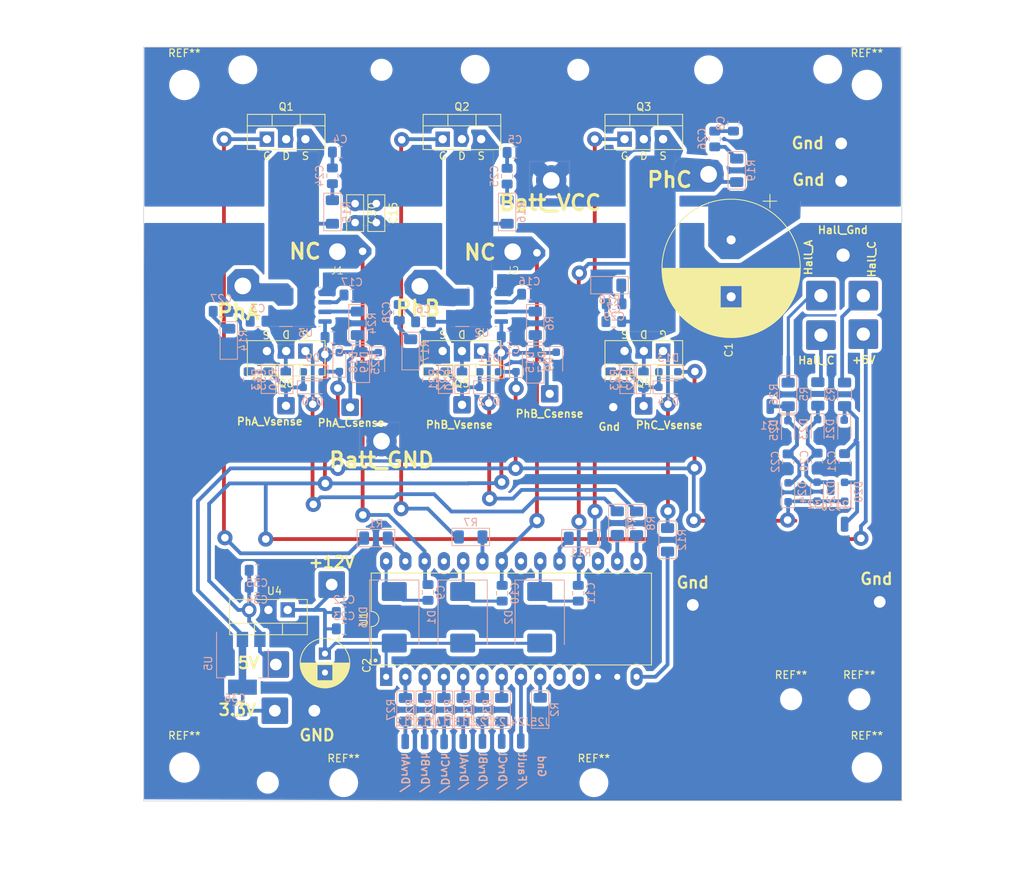
<source format=kicad_pcb>
(kicad_pcb (version 20241229) (generator "pcbnew") (generator_version "9.0")
  (layers (0 "F.Cu" signal) (2 "B.Cu" signal) (13 "F.Paste" user) (15 "B.Paste" user) (5 "F.SilkS" user "F.Silkscreen") (7 "B.SilkS" user "B.Silkscreen") (1 "F.Mask" user) (3 "B.Mask" user) (25 "Edge.Cuts" user))
  (net 0 "")
  (net 1 "+BATT")
  (net 2 "GND")
  (net 3 "+15V")
  (net 4 "PhaseA")
  (net 5 "Net-(C27-Pad1)")
  (net 6 "Net-(C24-Pad1)")
  (net 7 "Net-(C25-Pad1)")
  (net 8 "PhaseB")
  (net 9 "Net-(C28-Pad1)")
  (net 10 "PhaseC")
  (net 11 "Net-(C29-Pad1)")
  (net 12 "Net-(C26-Pad1)")
  (net 13 "VBOOT1")
  (net 14 "VBOOT2")
  (net 15 "VBOOT3")
  (net 16 "+5V")
  (net 17 "Net-(U2-FILTER)")
  (net 18 "Net-(U3-FILTER)")
  (net 19 "+3.3V")
  (net 20 "/Connectors/HSensor2_ToMCU")
  (net 21 "/Connectors/HSensor1_ToMCU")
  (net 22 "/Connectors/HSensor3_ToMCU")
  (net 23 "Net-(C24-Pad2)")
  (net 24 "Net-(C25-Pad2)")
  (net 25 "Net-(C26-Pad2)")
  (net 26 "Net-(C27-Pad2)")
  (net 27 "Net-(C28-Pad2)")
  (net 28 "Net-(C29-Pad2)")
  (net 29 "Net-(D10-K)")
  (net 30 "Net-(D11-A)")
  (net 31 "Net-(D13-A)")
  (net 32 "Net-(D15-A)")
  (net 33 "Net-(D18-A)")
  (net 34 "Net-(Q1-G)")
  (net 35 "Net-(Q2-G)")
  (net 36 "Net-(Q3-G)")
  (net 37 "Net-(Q4-G)")
  (net 38 "Net-(Q5-G)")
  (net 39 "Net-(Q6-G)")
  (net 40 "L1H")
  (net 41 "Net-(U1-ITRIP)")
  (net 42 "/Connectors/HSensor1")
  (net 43 "L1L")
  (net 44 "/Connectors/HSensor2")
  (net 45 "Isense_PhaseB")
  (net 46 "L2H")
  (net 47 "L2L")
  (net 48 "L3H")
  (net 49 "L3L")
  (net 50 "Isense_PhaseA")
  (net 51 "/Connectors/HSensor3")
  (net 52 "LOGIC_L1H")
  (net 53 "Net-(U1-*HIN1)")
  (net 54 "LOGIC_L2H")
  (net 55 "Net-(U1-*HIN2)")
  (net 56 "LOGIC_L3H")
  (net 57 "Net-(U1-*HIN3)")
  (net 58 "LOGIC_L1L")
  (net 59 "Net-(U1-*LIN1)")
  (net 60 "LOGIC_L2L")
  (net 61 "Net-(U1-*LIN2)")
  (net 62 "LOGIC_L3L")
  (net 63 "Net-(U1-*LIN3)")
  (net 64 "MCU_FAULT_IN (INPUT_PULLUP)")
  (net 70 "PhaseB_Sensed")
  (net 71 "PhaseA_Sensed")
  (footprint "PCM_Package_TO_SOT_THT_AKL:TO-220-3_Vertical_GDS" (layer "F.Cu") (at 235.119617 61.084049 180)
    (property "Reference" "Q4")
    (property "Value" "IRF1407" (hide yes))
  )
  (footprint "libMain:10mm2 CableSoldered" (layer "F.Cu") (at 215.290172 50.991018)
    (property "Reference" "J2")
    (property "Value" "Motor_phaseB")
  )
  (footprint "Connector_Wire:SolderWire-0.5sqmm_1x01_D0.9mm_OD2.3mm" (layer "F.Cu") (at 193.852572 68.504218)
    (property "Reference" "PhA_Csense")
    (property "Value" "PhaseA_Csense")
  )
  (footprint "" (layer "F.Cu") (at 263.68514 94.163673)
    (property "Reference" "")
    (property "Value" "")
  )
  (footprint "" (layer "F.Cu") (at 256.82714 23.932673)
    (property "Reference" "")
    (property "Value" "")
  )
  (footprint "" (layer "F.Cu") (at 179.704772 24)
    (property "Reference" "")
    (property "Value" "")
  )
  (footprint "PCM_Package_TO_SOT_THT_AKL:TO-220-3_Vertical_GDS" (layer "F.Cu") (at 211.137272 61.087 180)
    (property "Reference" "Q5")
    (property "Value" "IRF1407" (hide yes))
  )
  (footprint "PCM_Package_TO_SOT_THT_AKL:TO-220-3_Vertical_GDS" (layer "F.Cu") (at 230.039617 33.144049)
    (property "Reference" "Q3")
    (property "Value" "IRF1407" (hide yes))
  )
  (footprint "libMain:10mm2 CableSoldered" (layer "F.Cu") (at 192.176172 50.981018)
    (property "Reference" "J1")
    (property "Value" "Motor_phaseA")
  )
  (footprint "" (layer "F.Cu") (at 184.05614 102.418673)
    (property "Reference" "")
    (property "Value" "")
  )
  (footprint "Package_TO_SOT_THT:TO-220-3_Vertical" (layer "F.Cu") (at 185.622972 95.219818 180)
    (property "Reference" "U4")
    (property "Value" "LM7805_TO220")
  )
  (footprint "PCM_Package_DIP_AKL:DIP-28_W15.24mm_LongPads" (layer "F.Cu") (at 198.602372 104.038818 90)
    (property "Reference" "U1")
    (property "Value" "IR2130PBF" (hide yes))
  )
  (footprint "PCM_Package_TO_SOT_THT_AKL:TO-220-3_Vertical_GDS" (layer "F.Cu") (at 187.96 61.087 180)
    (property "Reference" "Q6")
    (property "Value" "IRF1407" (hide yes))
  )
  (footprint "MountingHole:MountingHole_2.1mm" (layer "F.Cu") (at 261 107)
    (property "Reference" "REF**")
    (property "Value" "MountingHole_2.1mm")
  )
  (footprint "Connector_Wire:SolderWire-0.75sqmm_1x01_D1.25mm_OD3.5mm" (layer "F.Cu") (at 239.039172 94.564618)
    (property "Reference" "Gnd")
    (property "Value" "15 Gnd")
  )
  (footprint "PCM_Package_TO_SOT_THT_AKL:TO-220-3_Vertical_GDS" (layer "F.Cu") (at 182.88 33.147)
    (property "Reference" "Q1")
    (property "Value" "IRF1407" (hide yes))
  )
  (footprint "Connector_Wire:SolderWire-1sqmm_1x01_D1.4mm_OD3.9mm" (layer "F.Cu") (at 258.85914 48.443673)
    (property "Reference" "Hall_Gnd")
    (property "Value" "~")
  )
  (footprint "" (layer "F.Cu") (at 223.93414 24)
    (property "Reference" "")
    (property "Value" "")
  )
  (footprint "libMain:10mm2 CableSoldered" (layer "F.Cu") (at 203.047372 55.553018)
    (property "Reference" "PhB")
    (property "Value" "Motor_phaseBSensed")
  )
  (footprint "" (layer "F.Cu") (at 189.13614 108.514673)
    (property "Reference" "")
    (property "Value" "")
  )
  (footprint "MountingHole:MountingHole_3.2mm_M3" (layer "F.Cu") (at 262 26)
    (property "Reference" "REF**")
    (property "Value" "MountingHole_3.2mm_M3")
  )
  (footprint "" (layer "F.Cu") (at 241.121972 24)
    (property "Reference" "")
    (property "Value" "")
  )
  (footprint "PCM_Package_TO_SOT_THT_AKL:TO-220-3_Vertical_GDS" (layer "F.Cu") (at 206.057272 33.147)
    (property "Reference" "Q2")
    (property "Value" "IRF1407" (hide yes))
  )
  (footprint "libMain:10mm2 CableSoldered" (layer "F.Cu") (at 241.121972 40.780218)
    (property "Reference" "PhC")
    (property "Value" "Motor_phaseC")
  )
  (footprint "" (layer "F.Cu") (at 258.60514 33.711673)
    (property "Reference" "")
    (property "Value" "")
  )
  (footprint "" (layer "F.Cu") (at 258.60514 38.664673)
    (property "Reference" "")
    (property "Value" "")
  )
  (footprint "Connector_Wire:SolderWire-1sqmm_1x01_D1.4mm_OD3.9mm" (layer "F.Cu") (at 261.52614 53.777673)
    (property "Reference" "Hall_C")
    (property "Value" "~")
  )
  (footprint "libMain:12AWG cableSoldered" (layer "F.Cu") (at 197.992772 75.974618)
    (property "Reference" "Batt_GND")
    (property "Value" "Bat Gnd")
  )
  (footprint "Connector_Wire:SolderWire-0.5sqmm_1x01_D0.9mm_OD2.3mm" (layer "F.Cu") (at 232.562172 68.326418)
    (property "Reference" "PhC_Vsense")
    (property "Value" "PhaseC_Vsense")
  )
  (footprint "Connector_Wire:SolderWire-0.5sqmm_1x01_D0.9mm_OD2.3mm" (layer "F.Cu") (at 220.166972 66.726218)
    (property "Reference" "PhB_Csense")
    (property "Value" "PhaseB_Csense")
  )
  (footprint "Connector_Wire:SolderWire-1sqmm_1x01_D1.4mm_OD3.9mm" (layer "F.Cu") (at 255.93814 58.984673)
    (property "Reference" "Hall_C")
    (property "Value" "~")
  )
  (footprint "Capacitor_THT:C_Rect_L4.6mm_W2.0mm_P2.50mm_MKS02_FKP02" (layer "F.Cu") (at 197.306972 41.645618 -90)
    (property "Reference" "C15")
    (property "Value" "2.2uF")
  )
  (footprint "MountingHole:MountingHole_2.1mm" (layer "F.Cu") (at 193 118)
    (property "Reference" "REF**")
    (property "Value" "MountingHole_2.1mm")
  )
  (footprint "Connector_Wire:SolderWire-0.5sqmm_1x01_D0.9mm_OD2.3mm" (layer "F.Cu") (at 208.609972 68.174018)
    (property "Reference" "PhB_Vsense")
    (property "Value" "PhaseB_Vsense")
  )
  (footprint "Connector_Wire:SolderWire-1sqmm_1x01_D1.4mm_OD3.9mm" (layer "F.Cu") (at 255.93814 53.777673)
    (property "Reference" "Hall_A")
    (property "Value" "~")
  )
  (footprint "" (layer "F.Cu") (at 183 118)
    (property "Reference" "")
    (property "Value" "")
  )
  (footprint "Connector_Wire:SolderWire-0.5sqmm_1x01_D0.9mm_OD2.3mm" (layer "F.Cu") (at 185.394372 68.301018)
    (property "Reference" "PhA_Vsense")
    (property "Value" "PhaseA_Vsense")
  )
  (footprint "MountingHole:MountingHole_3.2mm_M3" (layer "F.Cu") (at 262 116)
    (property "Reference" "REF**")
    (property "Value" "MountingHole_3.2mm_M3")
  )
  (footprint "libMain:10mm2 CableSoldered" (layer "F.Cu") (at 179.704772 55.502218)
    (property "Reference" "PhA")
    (property "Value" "Motor_phaseASensed")
  )
  (footprint "libMain:12AWG cableSoldered" (layer "F.Cu") (at 220.370172 41.583018)
    (property "Reference" "Batt_VCC")
    (property "Value" "Bat VCC")
  )
  (footprint "MountingHole:MountingHole_2.1mm" (layer "F.Cu") (at 252 107)
    (property "Reference" "REF**")
    (property "Value" "MountingHole_2.1mm")
  )
  (footprint "Capacitor_THT:C_Rect_L4.6mm_W2.0mm_P2.50mm_MKS02_FKP02" (layer "F.Cu") (at 194.512972 41.645618 -90)
    (property "Reference" "C30")
    (property "Value" "2.2uF")
  )
  (footprint "MountingHole:MountingHole_3.2mm_M3" (layer "F.Cu") (at 172 26)
    (property "Reference" "REF**")
    (property "Value" "MountingHole_3.2mm_M3")
  )
  (footprint "MountingHole:MountingHole_2.1mm" (layer "F.Cu") (at 226 118)
    (property "Reference" "REF**")
    (property "Value" "MountingHole_2.1mm")
  )
  (footprint "" (layer "F.Cu") (at 197.992772 24)
    (property "Reference" "")
    (property "Value" "")
  )
  (footprint "" (layer "F.Cu") (at 183.92914 108.514673)
    (property "Reference" "")
    (property "Value" "")
  )
  (footprint "Capacitor_THT:CP_Radial_D18.0mm_P7.50mm" (layer "F.Cu") (at 244.093772 46.431618 -90)
    (property "Reference" "C1")
    (property "Value" "470uF")
  )
  (footprint "" (layer "F.Cu") (at 210.34514 23.932673)
    (property "Reference" "")
    (property "Value" "")
  )
  (footprint "MountingHole:MountingHole_3.2mm_M3" (layer "F.Cu") (at 172 116)
    (property "Reference" "REF**")
    (property "Value" "MountingHole_3.2mm_M3")
  )
  (footprint "Connector_Wire:SolderWire-1sqmm_1x01_D1.4mm_OD3.9mm" (layer "F.Cu") (at 261.52614 58.857673)
    (property "Reference" "+5V")
    (property "Value" "~")
  )
  (footprint "Capacitor_THT:CP_Radial_D6.3mm_P2.50mm" (layer "F.Cu") (at 190.53314 100.982294 -90)
    (property "Reference" "C2")
    (property "Value" "22uF")
  )
  (footprint "Connector_Wire:SolderWire-0.5sqmm_1x01_D0.9mm_OD2.3mm" (layer "F.Cu") (at 228.548972 68.478818)
    (property "Reference" "Gnd")
    (property "Value" "GND0_sense")
  )
  (footprint "Connector_Wire:SolderWire-0.75sqmm_1x01_D1.25mm_OD3.5mm" (layer "F.Cu") (at 191.42214 91.877673)
    (property "Reference" "+12V")
    (property "Value" "15Vin")
  )
  (footprint "PCM_Resistor_SMD_AKL:R_1206_3216Metric_Pad1.30x1.75mm_HandSolder" (layer "B.Cu") (at 235.711772 85.980018 90)
    (property "Reference" "R12")
    (property "Value" "15")
  )
  (footprint "Diode_SMD:D_SOD-323_HandSoldering" (layer "B.Cu") (at 255.4224 79.6236 90)
    (property "Reference" "D22")
    (property "Value" "SD103AWS")
  )
  (footprint "PCM_Resistor_SMD_AKL:R_1206_3216Metric_Pad1.30x1.75mm_HandSolder" (layer "B.Cu") (at 195.2752 62.764 90)
    (property "Reference" "R25")
    (property "Value" "10K")
  )
  (footprint "PCM_Resistor_SMD_AKL:R_0805_2012Metric_Pad1.15x1.40mm_HandSolder" (layer "B.Cu") (at 206.450744 64.837618 -90)
    (property "Reference" "R21")
    (property "Value" "2.2k")
  )
  (footprint "Capacitor_SMD:C_0805_2012Metric_Pad1.18x1.45mm_HandSolder" (layer "B.Cu") (at 204.164744 64.868118 90)
    (property "Reference" "C32")
    (property "Value" "1nF")
  )
  (footprint "Capacitor_SMD:C_0805_2012Metric_Pad1.18x1.45mm_HandSolder" (layer "B.Cu") (at 176.8387 55.8546 180)
    (property "Reference" "C27")
    (property "Value" "4.7nF")
  )
  (footprint "PCM_Resistor_SMD_AKL:R_1206_3216Metric_Pad1.30x1.75mm_HandSolder" (layer "B.Cu") (at 231.622372 83.794418 90)
    (property "Reference" "R8")
    (property "Value" "15")
  )
  (footprint "PCM_Resistor_SMD_AKL:R_1206_3216Metric_Pad1.30x1.75mm_HandSolder" (layer "B.Cu") (at 244.830372 37.262218 90)
    (property "Reference" "R19")
    (property "Value" "100")
  )
  (footprint "Capacitor_SMD:C_0805_2012Metric_Pad1.18x1.45mm_HandSolder" (layer "B.Cu") (at 203.526072 57.226618 180)
    (property "Reference" "C6")
    (property "Value" "4.7nF")
  )
  (footprint "PCM_Resistor_SMD_AKL:R_1206_3216Metric_Pad1.30x1.75mm_HandSolder" (layer "B.Cu") (at 213.842372 108.382818 -90)
    (property "Reference" "R32")
    (property "Value" "470")
  )
  (footprint "Connector_Wire:SolderWirePad_1x01_SMD_1x2mm" (layer "B.Cu") (at 216.356972 112.522418 180)
    (property "Reference" "J24")
    (property "Value" "~")
  )
  (footprint "Package_SO:SOIC-8-1EP_3.9x4.9mm_P1.27mm_EP2.95x4.9mm_Mask2.71x3.4mm" (layer "B.Cu") (at 187.9825 55.284)
    (property "Reference" "U3")
    (property "Value" "ACS712ELCTR30AT")
  )
  (footprint "Capacitor_SMD:C_0805_2012Metric_Pad1.18x1.45mm_HandSolder" (layer "B.Cu") (at 180.542972 64.846618 90)
    (property "Reference" "C33")
    (property "Value" "1nF")
  )
  (footprint "Diode_SMD:D_SMC" (layer "B.Cu") (at 208.69414 96.195673 -90)
    (property "Reference" "D1")
    (property "Value" "SS310")
  )
  (footprint "Diode_SMD:D_SOD-323_HandSoldering" (layer "B.Cu") (at 212.145744 65.862618)
    (property "Reference" "D12")
    (property "Value" "SD103AWS")
  )
  (footprint "Capacitor_SMD:C_0805_2012Metric_Pad1.18x1.45mm_HandSolder" (layer "B.Cu") (at 259.0546 75.649723 -90)
    (property "Reference" "C21")
    (property "Value" "10nF")
  )
  (footprint "Capacitor_SMD:C_0805_2012Metric_Pad1.18x1.45mm_HandSolder" (layer "B.Cu") (at 193.07314 97.719673 180)
    (property "Reference" "C23")
    (property "Value" "0.1uF")
  )
  (footprint "Capacitor_SMD:C_0805_2012Metric_Pad1.18x1.45mm_HandSolder" (layer "B.Cu") (at 181.715272 57.150418 180)
    (property "Reference" "C3")
    (property "Value" "4.7nF")
  )
  (footprint "Capacitor_SMD:C_0805_2012Metric_Pad1.18x1.45mm_HandSolder" (layer "B.Cu") (at 194.085072 53.696018 180)
    (property "Reference" "C17")
    (property "Value" "1nF")
  )
  (footprint "PCM_Resistor_SMD_AKL:R_1206_3216Metric_Pad1.30x1.75mm_HandSolder" (layer "B.Cu") (at 177.8508 59.6906 90)
    (property "Reference" "R14")
    (property "Value" "100")
  )
  (footprint "Diode_SMD:D_SOD-323_HandSoldering" (layer "B.Cu") (at 188.924972 63.830618 180)
    (property "Reference" "D9")
    (property "Value" "SD103AWS")
  )
  (footprint "Diode_SMD:D_SOD-323_HandSoldering" (layer "B.Cu") (at 259.004028 71.442205 -90)
    (property "Reference" "D21")
    (property "Value" "SD103AWS")
  )
  (footprint "Diode_SMD:D_SOD-323_HandSoldering" (layer "B.Cu") (at 197.5612 62.540618 -90)
    (property "Reference" "D19")
    (property "Value" "SD103AWS")
  )
  (footprint "PCM_Resistor_SMD_AKL:R_0805_2012Metric_Pad1.15x1.40mm_HandSolder" (layer "B.Cu") (at 183.082972 64.837618 -90)
    (property "Reference" "R13")
    (property "Value" "2.2k")
  )
  (footprint "Capacitor_SMD:C_0805_2012Metric_Pad1.18x1.45mm_HandSolder" (layer "B.Cu") (at 228.664117 54.861049)
    (property "Reference" "C29")
    (property "Value" "4.7nF")
  )
  (footprint "Capacitor_SMD:C_0805_2012Metric_Pad1.18x1.45mm_HandSolder" (layer "B.Cu") (at 228.210589 64.865167 90)
    (property "Reference" "C31")
    (property "Value" "1nF")
  )
  (footprint "PCM_Resistor_SMD_AKL:R_1206_3216Metric_Pad1.30x1.75mm_HandSolder" (layer "B.Cu") (at 228.057589 52.397667)
    (property "Reference" "R18")
    (property "Value" "100")
  )
  (footprint "Capacitor_SMD:C_0805_2012Metric_Pad1.18x1.45mm_HandSolder" (layer "B.Cu") (at 200.329572 55.985918 -90)
    (property "Reference" "C28")
    (property "Value" "4.7nF")
  )
  (footprint "Diode_SMD:D_SOD-323_HandSoldering" (layer "B.Cu") (at 235.810589 65.859667)
    (property "Reference" "D14")
    (property "Value" "SD103AWS")
  )
  (footprint "Connector_Wire:SolderWirePad_1x01_SMD_1x2mm" (layer "B.Cu") (at 201.116972 112.573218 180)
    (property "Reference" "J12")
    (property "Value" "~")
  )
  (footprint "PCM_Resistor_SMD_AKL:R_1206_3216Metric_Pad1.30x1.75mm_HandSolder" (layer "B.Cu") (at 218.261744 57.43 90)
    (property "Reference" "R6")
    (property "Value" "5K")
  )
  (footprint "Capacitor_SMD:C_0805_2012Metric_Pad1.18x1.45mm_HandSolder" (layer "B.Cu") (at 204.12214 92.915173 90)
    (property "Reference" "C9")
    (property "Value" "2.2uF")
  )
  (footprint "Resistor_SMD:R_1206_3216Metric_Pad1.30x1.75mm_HandSolder" (layer "B.Cu") (at 255.524 66.741 -90)
    (property "Reference" "R5")
    (property "Value" "100")
  )
  (footprint "Connector_Wire:SolderWirePad_1x01_SMD_1x2mm" (layer "B.Cu") (at 218.922372 112.547818 180)
    (property "Reference" "J25")
    (property "Value" "~")
  )
  (footprint "Capacitor_SMD:C_0805_2012Metric_Pad1.18x1.45mm_HandSolder" (layer "B.Cu") (at 191.516 37.9769 -90)
    (property "Reference" "C24")
    (property "Value" "4.7nF")
  )
  (footprint "Capacitor_SMD:C_0805_2012Metric_Pad1.18x1.45mm_HandSolder" (layer "B.Cu") (at 255.4224 75.5903 -90)
    (property "Reference" "C20")
    (property "Value" "10nF")
  )
  (footprint "Capacitor_SMD:C_0805_2012Metric_Pad1.18x1.45mm_HandSolder" (layer "B.Cu") (at 251.6124 75.692723 -90)
    (property "Reference" "C22")
    (property "Value" "10nF")
  )
  (footprint "Diode_SMD:D_SOD-323_HandSoldering" (layer "B.Cu") (at 212.185744 63.830618 180)
    (property "Reference" "D11")
    (property "Value" "SD103AWS")
  )
  (footprint "Diode_SMD:D_SOD-323_HandSoldering" (layer "B.Cu") (at 221.0308 62.4894 -90)
    (property "Reference" "D17")
    (property "Value" "SD103AWS")
  )
  (footprint "Connector_Wire:SolderWirePad_1x01_SMD_1x2mm" (layer "B.Cu") (at 257.2512 79.074823)
    (property "Reference" "J30")
    (property "Value" "~")
  )
  (footprint "Package_TO_SOT_SMD:SOT-223-3_TabPin2" (layer "B.Cu") (at 179.653972 102.260818 -90)
    (property "Reference" "U5")
    (property "Value" "AMS1117-3.3")
  )
  (footprint "Connector_Wire:SolderWirePad_1x01_SMD_1x2mm" (layer "B.Cu") (at 206.247772 112.598618 180)
    (property "Reference" "J14")
    (property "Value" "~")
  )
  (footprint "Diode_SMD:D_SOD-323_HandSoldering" (layer "B.Cu") (at 255.4986 71.3686 -90)
    (property "Reference" "D23")
    (property "Value" "SD103AWS")
  )
  (footprint "PCM_Resistor_SMD_AKL:R_1206_3216Metric_Pad1.30x1.75mm_HandSolder" (layer "B.Cu") (at 214.553572 42.7476 90)
    (property "Reference" "R16")
    (property "Value" "100")
  )
  (footprint "PCM_Resistor_SMD_AKL:R_1206_3216Metric_Pad1.30x1.75mm_HandSolder" (layer "B.Cu") (at 209.752372 85.598418 180)
    (property "Reference" "R7")
    (property "Value" "15")
  )
  (footprint "PCM_Resistor_SMD_AKL:R_1206_3216Metric_Pad1.30x1.75mm_HandSolder" (layer "B.Cu") (at 194.818 57.43 90)
    (property "Reference" "R24")
    (property "Value" "5K")
  )
  (footprint "Connector_Wire:SolderWirePad_1x01_SMD_1x2mm" (layer "B.Cu") (at 208.762372 112.573218 180)
    (property "Reference" "J15")
    (property "Value" "~")
  )
  (footprint "Capacitor_SMD:C_0805_2012Metric_Pad1.18x1.45mm_HandSolder" (layer "B.Cu") (at 244.398572 31.043118 -90)
    (property "Reference" "C8")
    (property "Value" "4.7nF")
  )
  (footprint "Connector_Wire:SolderWirePad_1x01_SMD_1x2mm" (layer "B.Cu") (at 259.0546 83.9216 180)
    (property "Reference" "J21")
    (property "Value" "~")
  )
  (footprint "Connector_Wire:SolderWirePad_1x01_SMD_1x2mm" (layer "B.Cu") (at 255.4224 83.875423 180)
    (property "Reference" "J32")
    (property "Value" "~")
  )
  (footprint "Capacitor_SMD:C_0805_2012Metric_Pad1.18x1.45mm_HandSolder" (layer "B.Cu") (at 217.503872 53.594418 180)
    (property "Reference" "C16")
    (property "Value" "1nF")
  )
  (footprint "Diode_SMD:D_SOD-323_HandSoldering" (layer "B.Cu") (at 192.4304 62.540618 90)
    (property "Reference" "D18")
    (property "Value" "SD103AWS")
  )
  (footprint "Capacitor_SMD:C_0805_2012Metric_Pad1.18x1.45mm_HandSolder" (layer "B.Cu") (at 228.621117 57.197849 180)
    (property "Reference" "C7")
    (property "Value" "4.7nF")
  )
  (footprint "PCM_Resistor_SMD_AKL:R_1206_3216Metric_Pad1.30x1.75mm_HandSolder" (layer "B.Cu") (at 224.231572 85.776218)
    (property "Reference" "R11")
    (property "Value" "15")
  )
  (footprint "Package_SO:SOIC-8-1EP_3.9x4.9mm_P1.27mm_EP2.95x4.9mm_Mask2.71x3.4mm" (layer "B.Cu") (at 211.223272 55.284)
    (property "Reference" "U2")
    (property "Value" "ACS712ELCTR30AT")
  )
  (footprint "Resistor_SMD:R_1206_3216Metric_Pad1.30x1.75mm_HandSolder" (layer "B.Cu") (at 259.0546 66.789623 -90)
    (property "Reference" "R3")
    (property "Value" "100")
  )
  (footprint "Connector_Wire:SolderWirePad_1x01_SMD_1x2mm" (layer "B.Cu") (at 203.682372 112.598618 180)
    (property "Reference" "J13")
    (property "Value" "~")
  )
  (footprint "Capacitor_SMD:C_0805_2012Metric_Pad1.18x1.45mm_HandSolder" (layer "B.Cu") (at 241.934772 33.122018 -90)
    (property "Reference" "C26")
    (property "Value" "4.7nF")
  )
  (footprint "PCM_Resistor_SMD_AKL:R_1206_3216Metric_Pad1.30x1.75mm_HandSolder" (layer "B.Cu") (at 208.762372 108.382818 -90)
    (property "Reference" "R30")
    (property "Value" "470")
  )
  (footprint "PCM_Resistor_SMD_AKL:R_0805_2012Metric_Pad1.15x1.40mm_HandSolder" (layer "B.Cu") (at 232.528589 64.852667 -90)
    (property "Reference" "R22")
    (property "Value" "47K")
  )
  (footprint "PCM_Resistor_SMD_AKL:R_1206_3216Metric_Pad1.30x1.75mm_HandSolder" (layer "B.Cu") (at 229.082372 83.769618 90)
    (property "Reference" "R4")
    (property "Value" "15")
  )
  (footprint "Diode_SMD:D_SOD-323_HandSoldering" (layer "B.Cu") (at 215.721744 62.560618 90)
    (property "Reference" "D15")
    (property "Value" "SD103AWS")
  )
  (footprint "PCM_Resistor_SMD_AKL:R_0805_2012Metric_Pad1.15x1.40mm_HandSolder" (layer "B.Cu") (at 230.369589 64.852667 -90)
    (property "Reference" "R23")
    (property "Value" "2.2k")
  )
  (footprint "Capacitor_SMD:C_0805_2012Metric_Pad1.18x1.45mm_HandSolder" (layer "B.Cu") (at 178.667272 108.534618 180)
    (property "Reference" "C36")
    (property "Value" "2.2uF")
  )
  (footprint "Connector_Wire:SolderWirePad_1x01_SMD_1x2mm" (layer "B.Cu") (at 211.302372 112.547818 180)
    (property "Reference" "J22")
    (property "Value" "~")
  )
  (footprint "Diode_SMD:D_SOD-323_HandSoldering" (layer "B.Cu") (at 235.810589 63.827667 180)
    (property "Reference" "D13")
    (property "Value" "SD103AWS")
  )
  (footprint "PCM_Resistor_SMD_AKL:R_1206_3216Metric_Pad1.30x1.75mm_HandSolder" (layer "B.Cu") (at 251.6124 66.807223 -90)
    (property "Reference" "R26")
    (property "Value" "100")
  )
  (footprint "Diode_SMD:D_SOD-323_HandSoldering" (layer "B.Cu") (at 259.054828 79.646405 90)
    (property "Reference" "D20")
    (property "Value" "SD103AWS")
  )
  (footprint "Capacitor_SMD:C_0805_2012Metric_Pad1.18x1.45mm_HandSolder" (layer "B.Cu") (at 191.5883 59.2836)
    (property "Reference" "C14")
    (property "Value" "0.1uF")
  )
  (footprint "PCM_Resistor_SMD_AKL:R_1206_3216Metric_Pad1.30x1.75mm_HandSolder" (layer "B.Cu") (at 206.222372 108.382818 -90)
    (property "Reference" "R29")
    (property "Value" "470")
  )
  (footprint "Capacitor_SMD:C_0805_2012Metric_Pad1.18x1.45mm_HandSolder" (layer "B.Cu") (at 223.93414 93.020673 90)
    (property "Reference" "C11")
    (property "Value" "2.2uF")
  )
  (footprint "Diode_SMD:D_SOD-323_HandSoldering" (layer "B.Cu") (at 188.904972 65.862618)
    (property "Reference" "D10")
    (property "Value" "SD103AWS")
  )
  (footprint "PCM_Resistor_SMD_AKL:R_0805_2012Metric_Pad1.15x1.40mm_HandSolder" (layer "B.Cu") (at 208.609744 64.855618 -90)
    (property "Reference" "R20")
    (property "Value" "47K")
  )
  (footprint "Connector_Wire:SolderWirePad_1x01_SMD_1x2mm" (layer "B.Cu") (at 249.2502 68.381423)
    (property "Reference" "J31")
    (property "Value" "~")
  )
  (footprint "PCM_Resistor_SMD_AKL:R_1206_3216Metric_Pad1.30x1.75mm_HandSolder" (layer "B.Cu") (at 201.828172 61.088018 90)
    (property "Reference" "R17")
    (property "Value" "100")
  )
  (footprint "PCM_Resistor_SMD_AKL:R_1206_3216Metric_Pad1.30x1.75mm_HandSolder" (layer "B.Cu") (at 218.261744 62.840618 90)
    (property "Reference" "R9")
    (property "Value" "10K")
  )
  (footprint "Capacitor_SMD:C_0805_2012Metric_Pad1.18x1.45mm_HandSolder" (layer "B.Cu") (at 181.580472 89.992618)
    (property "Reference" "C35")
    (property "Value" "2.2uF")
  )
  (footprint "Capacitor_SMD:C_0805_2012Metric_Pad1.18x1.45mm_HandSolder" (layer "B.Cu") (at 193.07314 95.560673 180)
    (property "Reference" "C12")
    (property "Value" "2.2uF")
  )
  (footprint "Capacitor_SMD:C_0805_2012Metric_Pad1.18x1.45mm_HandSolder" (layer "B.Cu") (at 213.90114 93.020673 90)
    (property "Reference" "C10")
    (property "Value" "2.2uF")
  )
  (footprint "Diode_SMD:D_SOD-323_HandSoldering" (layer "B.Cu") (at 251.587 71.511023 -90)
    (property "Reference" "D25")
    (property "Value" "SD103AWS")
  )
  (footprint "Capacitor_SMD:C_0805_2012Metric_Pad1.18x1.45mm_HandSolder" (layer "B.Cu") (at 214.829072 59.2328)
    (property "Reference" "C13")
    (property "Value" "0.1uF")
  )
  (footprint "PCM_Resistor_SMD_AKL:R_1206_3216Metric_Pad1.30x1.75mm_HandSolder" (layer "B.Cu") (at 218.922372 108.356818 90)
    (property "Reference" "R2")
    (property "Value" "10k")
  )
  (footprint "PCM_Resistor_SMD_AKL:R_0805_2012Metric_Pad1.15x1.40mm_HandSolder" (layer "B.Cu") (at 185.368972 64.855618 -90)
    (property "Reference" "R10")
    (property "Value" "47K")
  )
  (footprint "Diode_SMD:D_SMC" (layer "B.Cu") (at 218.85414 96.195673 -90)
    (property "Reference" "D2")
    (property "Value" "SS310")
  )
  (footprint "PCM_Resistor_SMD_AKL:R_1206_3216Metric_Pad1.30x1.75mm_HandSolder" (layer "B.Cu") (at 211.302372 108.382818 -90)
    (property "Reference" "R31")
    (property "Value" "470")
  )
  (footprint "PCM_Resistor_SMD_AKL:R_1206_3216Metric_Pad1.30x1.75mm_HandSolder" (layer "B.Cu") (at 197.256772 85.750818 180)
    (property "Reference" "R1")
    (property "Value" "15")
  )
  (footprint "PCM_Resistor_SMD_AKL:R_1206_3216Metric_Pad1.30x1.75mm_HandSolder" (layer "B.Cu") (at 203.682372 108.382818 -90)
    (property "Reference" "R28")
    (property "Value" "470")
  )
  (footprint "Capacitor_SMD:C_0805_2012Metric_Pad1.18x1.45mm_HandSolder" (layer "B.Cu") (at 192.5535 34.8488 180)
    (property "Reference" "C4")
    (property "Value" "4.7nF")
  )
  (footprint "Connector_Wire:SolderWirePad_1x01_SMD_1x2mm" (layer "B.Cu") (at 213.842372 112.547818 180)
    (property "Reference" "J23")
    (property "Value" "~")
  )
  (footprint "Diode_SMD:D_SMC" (layer "B.Cu") (at 199.67714 96.195673 -90)
    (property "Reference" "D16")
    (property "Value" "SS310")
  )
  (footprint "Diode_SMD:D_SOD-323_HandSoldering" (layer "B.Cu") (at 251.6124 79.715223 90)
    (property "Reference" "D24")
    (property "Value" "SD103AWS")
  )
  (footprint "Capacitor_SMD:C_0805_2012Metric_Pad1.18x1.45mm_HandSolder" (layer "B.Cu") (at 181.580472 92.202418)
    (property "Reference" "C34")
    (property "Value" "2.2uF")
  )
  (footprint "PCM_Resistor_SMD_AKL:R_1206_3216Metric_Pad1.30x1.75mm_HandSolder" (layer "B.Cu") (at 201.142372 108.382818 -90)
    (property "Reference" "R27")
    (property "Value" "470")
  )
  (footprint "PCM_Resistor_SMD_AKL:R_1206_3216Metric_Pad1.30x1.75mm_HandSolder" (layer "B.Cu") (at 191.516 42.7476 90)
    (property "Reference" "R15")
    (property "Value" "100")
  )
  (footprint "Capacitor_SMD:C_0805_2012Metric_Pad1.18x1.45mm_HandSolder" (layer "B.Cu") (at 214.553572 38.0277 -90)
    (property "Reference" "C25")
    (property "Value" "4.7nF")
  )
  (footprint "Capacitor_SMD:C_0805_2012Metric_Pad1.18x1.45mm_HandSolder" (layer "B.Cu") (at 215.591072 34.8996 180)
    (property "Reference" "C5")
    (property "Value" "4.7nF")
  )
  (gr_rect (start 166.623772 20.993518) (end 266.5984 120.396) (stroke (width 0.1)) (fill no) (layer "Edge.Cuts"))
  (gr_text "Gnd" (at 254.20514 33.673673 0) (layer "F.SilkS") (effects (font (size 1.5 1.5) (thickness 0.3) (bold yes))))
  (gr_text "NC\n" (at 210.98014 48.073673 0) (layer "F.SilkS") (effects (font (size 2 2) (thickness 0.4) (bold yes))))
  (gr_text "3.3V" (at 176.35514 109.273673 0) (layer "F.SilkS") (effects (font (size 1.5 1.5) (thickness 0.3) (bold yes)) (justify left bottom)))
  (gr_text "GND\n" (at 187.00514 112.623673 0) (layer "F.SilkS") (effects (font (size 1.5 1.5) (thickness 0.3) (bold yes)) (justify left bottom)))
  (gr_text "Gnd" (at 263.25514 91.123673 0) (layer "F.SilkS") (effects (font (size 1.5 1.5) (thickness 0.3) (bold yes))))
  (gr_text "5V" (at 178.88014 103.098673 0) (layer "F.SilkS") (effects (font (size 1.5 1.5) (thickness 0.3) (bold yes)) (justify left bottom)))
  (gr_text "NC\n" (at 187.90514 47.948673 0) (layer "F.SilkS") (effects (font (size 2 2) (thickness 0.4) (bold yes))))
  (gr_text "Gnd" (at 254.30514 38.498673 0) (layer "F.SilkS") (effects (font (size 1.5 1.5) (thickness 0.3) (bold yes))))
  (gr_text "/DrvAl" (at 208.25514 119.098673 270) (layer "B.SilkS") (effects (font (size 1 1) (thickness 0.2) (bold yes)) (justify left bottom mirror)))
  (gr_text "/DrvBl" (at 210.75514 119.098673 270) (layer "B.SilkS") (effects (font (size 1 1) (thickness 0.2) (bold yes)) (justify left bottom mirror)))
  (gr_text "/DrvCh" (at 205.78014 119.523673 270) (layer "B.SilkS") (effects (font (size 1 1) (thickness 0.2) (bold yes)) (justify left bottom mirror)))
  (gr_text "/DrvAh" (at 200.55514 119.398673 270) (layer "B.SilkS") (effects (font (size 1 1) (thickness 0.2) (bold yes)) (justify left bottom mirror)))
  (gr_text "/Fault" (at 215.95514 119.048673 270) (layer "B.SilkS") (effects (font (size 1 1) (thickness 0.2) (bold yes)) (justify left bottom mirror)))
  (gr_text "/DrvCl" (at 213.35514 119.073673 270) (layer "B.SilkS") (effects (font (size 1 1) (thickness 0.2) (bold yes)) (justify left bottom mirror)))
  (gr_text "/DrvBh" (at 203.15514 119.423673 270) (layer "B.SilkS") (effects (font (size 1 1) (thickness 0.2) (bold yes)) (justify left bottom mirror)))
  (gr_text "Gnd" (at 218.53014 117.373673 270) (layer "B.SilkS") (effects (font (size 1 1) (thickness 0.2) (bold yes)) (justify left bottom mirror)))
  (segment (start 190.40614 95.219818) (end 189.153572 95.219818) (width 0.5) (layer "B.Cu") (net 3))
  (segment (start 190.53314 95.346818) (end 190.40614 95.219818) (width 0.5) (layer "B.Cu") (net 3))
  (segment (start 191.42214 92.95125) (end 189.153572 95.219818) (width 0.5) (layer "B.Cu") (net 3))
  (segment (start 190.53314 97.846673) (end 190.53314 95.346818) (width 0.5) (layer "B.Cu") (net 3))
  (segment (start 190.746995 95.560673) (end 190.53314 95.346818) (width 0.4) (layer "B.Cu") (net 3))
  (segment (start 198.602372 100.670441) (end 199.67714 99.595673) (width 0.4) (layer "B.Cu") (net 3))
  (segment (start 191.890761 99.624673) (end 218.31714 99.624673) (width 0.4) (layer "B.Cu") (net 3))
  (segment (start 218.31714 99.624673) (end 218.85414 99.087673) (width 0.4) (layer "B.Cu") (net 3))
  (segment (start 192.03564 97.719673) (end 190.66014 97.719673) (width 0.4) (layer "B.Cu") (net 3))
  (segment (start 192.03564 95.560673) (end 190.746995 95.560673) (width 0.4) (layer "B.Cu") (net 3))
  (segment (start 191.42214 91.877673) (end 191.42214 92.95125) (width 0.5) (layer "B.Cu") (net 3))
  (segment (start 190.53314 100.982294) (end 190.53314 97.846673) (width 0.5) (layer "B.Cu") (net 3))
  (segment (start 190.66014 97.719673) (end 190.53314 97.846673) (width 0.4) (layer "B.Cu") (net 3))
  (segment (start 190.53314 100.982294) (end 191.890761 99.624673) (width 0.4) (layer "B.Cu") (net 3))
  (segment (start 198.602372 104.038818) (end 198.602372 100.670441) (width 0.4) (layer "B.Cu") (net 3))
  (segment (start 189.153572 95.219818) (end 185.622972 95.219818) (width 0.5) (layer "B.Cu") (net 3))
  (segment (start 195.503572 82.677418) (end 195.528972 82.702818) (width 0.5) (layer "F.Cu") (net 4))
  (segment (start 195.503572 47.930218) (end 195.503572 82.677418) (width 0.5) (layer "F.Cu") (net 4))
  (via (at 195.503572 47.930218) (size 2) (drill 1) (layers "F.Cu" "B.Cu") (net 4))
  (via (at 195.528972 82.702818) (size 2) (drill 1) (layers "F.Cu" "B.Cu") (net 4))
  (segment (start 182.752772 57.150418) (end 185.381418 57.150418) (width 0.5) (layer "B.Cu") (net 4))
  (segment (start 198.907172 82.702818) (end 195.528972 82.702818) (width 0.5) (layer "B.Cu") (net 4))
  (segment (start 185.381418 57.150418) (end 185.42 57.189) (width 0.5) (layer "B.Cu") (net 4))
  (segment (start 185.368972 64.084618) (end 185.368972 61.138028) (width 0.5) (layer "B.Cu") (net 4))
  (segment (start 203.74114 91.877673) (end 204.12214 91.877673) (width 0.5) (layer "B.Cu") (net 4))
  (segment (start 191.516 44.2976) (end 189.3316 44.2976) (width 0.5) (layer "B.Cu") (net 4))
  (segment (start 203.74114 91.496673) (end 203.74114 88.857586) (width 0.5) (layer "B.Cu") (net 4))
  (segment (start 203.682372 88.798818) (end 203.682372 87.478018) (width 0.5) (layer "B.Cu") (net 4))
  (segment (start 185.368972 61.138028) (end 185.42 61.087) (width 0.5) (layer "B.Cu") (net 4))
  (segment (start 204.12214 91.877673) (end 203.74114 91.496673) (width 0.5) (layer "B.Cu") (net 4))
  (segment (start 203.74114 88.857586) (end 203.682372 88.798818) (width 0.5) (layer "B.Cu") (net 4))
  (segment (start 203.682372 87.478018) (end 198.907172 82.702818) (width 0.5) (layer "B.Cu") (net 4))
  (segment (start 189.3316 44.2976) (end 189.1284 44.0944) (width 0.5) (layer "B.Cu") (net 4))
  (segment (start 179.390172 55.862818) (end 180.677772 57.150418) (width 0.5) (layer "B.Cu") (net 5))
  (segment (start 177.977572 55.862818) (end 179.390172 55.862818) (width 0.5) (layer "B.Cu") (net 5))
  (segment (start 191.516 34.8488) (end 191.516 36.9394) (width 0.5) (layer "B.Cu") (net 6))
  (segment (start 214.553572 35.1028) (end 214.553572 36.9902) (width 0.5) (layer "B.Cu") (net 7))
  (segment (start 218.490572 48.133418) (end 218.490572 83.439418) (width 0.5) (layer "F.Cu") (net 8))
  (via (at 218.490572 48.133418) (size 2) (drill 1) (layers "F.Cu" "B.Cu") (net 8))
  (via (at 218.490572 83.439418) (size 2) (drill 1) (layers "F.Cu" "B.Cu") (net 8))
  (segment (start 213.842372 91.973818) (end 213.842372 88.798818) (width 0.5) (layer "B.Cu") (net 8))
  (segment (start 213.842372 88.087618) (end 218.490572 83.439418) (width 0.5) (layer "B.Cu") (net 8))
  (segment (start 204.563572 57.226618) (end 208.623154 57.226618) (width 0.5) (layer "B.Cu") (net 8))
  (segment (start 211.149972 44.2976) (end 211.048372 44.3992) (width 0.5) (layer "B.Cu") (net 8))
  (segment (start 213.842372 88.798818) (end 213.842372 88.087618) (width 0.5) (layer "B.Cu") (net 8))
  (segment (start 215.010772 44.2976) (end 211.149972 44.2976) (width 0.5) (layer "B.Cu") (net 8))
  (segment (start 208.597272 61.087) (end 208.597272 63.818146) (width 0.5) (layer "B.Cu") (net 8))
  (segment (start 208.597272 63.818146) (end 208.609744 63.830618) (width 0.5) (layer "B.Cu") (net 8))
  (segment (start 208.623154 57.226618) (end 208.660772 57.189) (width 0.5) (layer "B.Cu") (net 8))
  (segment (start 200.329572 54.948418) (end 200.540572 54.948418) (width 0.5) (layer "B.Cu") (net 9))
  (segment (start 202.488572 56.896418) (end 202.488572 57.226618) (width 0.5) (layer "B.Cu") (net 9))
  (segment (start 200.540572 54.948418) (end 202.488572 56.896418) (width 0.5) (layer "B.Cu") (net 9))
  (segment (start 224.028 83.566) (end 224.002372 83.540372) (width 0.5) (layer "F.Cu") (net 10))
  (segment (start 224.002372 50.876618) (end 224.078572 50.800418) (width 0.5) (layer "F.Cu") (net 10))
  (segment (start 224.002372 83.540372) (end 224.002372 50.876618) (width 0.5) (layer "F.Cu") (net 10))
  (via (at 224.028 83.566) (size 2) (drill 1) (layers "F.Cu" "B.Cu") (net 10))
  (via (at 224.078572 50.800418) (size 2) (drill 1) (layers "F.Cu" "B.Cu") (net 10))
  (segment (start 231.593603 57.197849) (end 231.596972 57.201218) (width 0.5) (layer "B.Cu") (net 10))
  (segment (start 224.078572 50.800418) (end 225.296441 49.582549) (width 0.5) (layer "B.Cu") (net 10))
  (segment (start 231.189241 49.582549) (end 231.241372 49.530418) (width 0.5) (layer "B.Cu") (net 10))
  (segment (start 229.658617 57.197849) (end 231.593603 57.197849) (width 0.5) (layer "B.Cu") (net 10))
  (segment (start 224.002372 91.973818) (end 224.002372 88.798818) (width 0.5) (layer "B.Cu") (net 10))
  (segment (start 244.754172 38.786218) (end 242.127972 38.786218) (width 0.5) (layer "B.Cu") (net 10))
  (segment (start 225.296441 49.582549) (end 231.189241 49.582549) (width 0.5) (layer "B.Cu") (net 10))
  (segment (start 232.579617 63.751695) (end 232.655589 63.827667) (width 0.5) (layer "B.Cu") (net 10))
  (segment (start 232.579617 61.084049) (end 232.579617 63.751695) (width 0.5) (layer "B.Cu") (net 10))
  (segment (start 224.002372 88.798818) (end 224.002372 83.591628) (width 0.5) (layer "B.Cu") (net 10))
  (segment (start 242.127972 38.786218) (end 241.121972 37.780218) (width 0.5) (layer "B.Cu") (net 10))
  (segment (start 224.002372 83.591628) (end 224.028 83.566) (width 0.5) (layer "B.Cu") (net 10))
  (segment (start 227.626617 57.154849) (end 227.583617 57.197849) (width 0.5) (layer "B.Cu") (net 11))
  (segment (start 227.431217 57.045449) (end 227.583617 57.197849) (width 0.5) (layer "B.Cu") (net 11))
  (segment (start 227.626617 54.861049) (end 227.626617 57.154849) (width 0.5) (layer "B.Cu") (net 11))
  (segment (start 244.394672 32.084518) (end 244.398572 32.080618) (width 0.5) (layer "B.Cu") (net 12))
  (segment (start 241.934772 32.084518) (end 244.394672 32.084518) (width 0.5) (layer "B.Cu") (net 12))
  (segment (start 200.83414 93.952673) (end 199.67714 92.795673) (width 0.4) (layer "B.Cu") (net 13))
  (segment (start 204.12214 93.952673) (end 200.83414 93.952673) (width 0.4) (layer "B.Cu") (net 13))
  (segment (start 198.602372 88.798818) (end 198.602372 91.720905) (width 0.4) (layer "B.Cu") (net 13))
  (segment (start 198.602372 91.720905) (end 199.67714 92.795673) (width 0.4) (layer "B.Cu") (net 13))
  (segment (start 208.762372 88.798818) (end 208.762372 92.727441) (width 0.4) (layer "B.Cu") (net 14))
  (segment (start 209.95664 94.058173) (end 208.69414 92.795673) (width 0.4) (layer "B.Cu") (net 14))
  (segment (start 213.90114 94.058173) (end 209.95664 94.058173) (width 0.4) (layer "B.Cu") (net 14))
  (segment (start 208.762372 92.727441) (end 208.69414 92.795673) (width 0.4) (layer "B.Cu") (net 14))
  (segment (start 218.922372 92.727441) (end 218.85414 92.795673) (width 0.4) (layer "B.Cu") (net 15))
  (segment (start 223.93414 94.058173) (end 220.11664 94.058173) (width 0.4) (layer "B.Cu") (net 15))
  (segment (start 220.11664 94.058173) (end 218.85414 92.795673) (width 0.4) (layer "B.Cu") (net 15))
  (segment (start 218.922372 88.798818) (end 218.922372 92.727441) (width 0.4) (layer "B.Cu") (net 15))
  (segment (start 190.527477 78.488723) (end 190.527477 61.544683) (width 0.5) (layer "F.Cu") (net 16))
  (segment (start 261.6454 85.821977) (end 261.6708 85.847377) (width 0.5) (layer "F.Cu") (net 16))
  (segment (start 213.791572 78.311818) (end 213.791572 61.316018) (width 0.5) (layer "F.Cu") (net 16))
  (segment (start 182.7276 85.8774) (end 261.589977 85.8774) (width 0.5) (layer "F.Cu") (net 16))
  (segment (start 190.575972 78.537218) (end 190.527477 78.488723) (width 0.5) (layer "F.Cu") (net 16))
  (segment (start 213.840872 78.361118) (end 213.791572 78.311818) (width 0.5) (layer "F.Cu") (net 16))
  (segment (start 261.589977 85.8774) (end 261.6454 85.821977) (width 0.5) (layer "F.Cu") (net 16))
  (via (at 213.791572 61.316018) (size 2) (drill 1) (layers "F.Cu" "B.Cu") (net 16))
  (via (at 182.7276 85.8774) (size 2) (drill 1) (layers "F.Cu" "B.Cu") (net 16))
  (via (at 190.527477 61.544683) (size 2) (drill 1) (layers "F.Cu" "B.Cu") (net 16))
  (via (at 213.840872 78.361118) (size 2) (drill 1) (layers "F.Cu" "B.Cu") (net 16))
  (via (at 261.2136 85.7758) (size 2) (drill 1) (layers "F.Cu" "B.Cu") (net 16))
  (via (at 190.575972 78.537218) (size 2) (drill 1) (layers "F.Cu" "B.Cu") (net 16))
  (segment (start 183.67514 102.418673) (end 181.953972 100.697505) (width 0.5) (layer "B.Cu") (net 16))
  (segment (start 261.2136 85.7758) (end 261.2136 84.154823) (width 0.5) (layer "B.Cu") (net 16))
  (segment (start 179.090472 95.219818) (end 180.542972 95.219818) (width 0.5) (layer "B.Cu") (net 16))
  (segment (start 213.791572 61.316018) (end 213.791572 59.2328) (width 0.5) (layer "B.Cu") (net 16))
  (segment (start 213.690172 78.511818) (end 209.448172 78.511818) (width 0.5) (layer "B.Cu") (net 16))
  (segment (start 180.542972 92.329418) (end 180.542972 95.219818) (width 0.5) (layer "B.Cu") (net 16))
  (segment (start 181.953972 99.110818) (end 181.953972 98.160018) (width 0.5) (layer "B.Cu") (net 16))
  (segment (start 181.953972 98.160018) (end 180.542972 96.749018) (width 0.5) (layer "B.Cu") (net 16))
  (segment (start 261.8486 83.519823) (end 261.8486 59.180133) (width 0.5) (layer "B.Cu") (net 16))
  (segment (start 177.952172 78.537218) (end 175.259772 81.229618) (width 0.5) (layer "B.Cu") (net 16))
  (segment (start 190.5508 61.52136) (end 190.5508 59.2836) (width 0.5) (layer "B.Cu") (net 16))
  (segment (start 213.791572 59.2328) (end 213.791572 57.1948) (width 0.5) (layer "B.Cu") (net 16))
  (segment (start 184.05614 102.418673) (end 183.67514 102.418673) (width 0.5) (layer "B.Cu") (net 16))
  (segment (start 175.259772 81.229618) (end 175.259772 91.389118) (width 0.5) (layer "B.Cu") (net 16))
  (segment (start 175.259772 91.389118) (end 179.090472 95.219818) (width 0.5) (layer "B.Cu") (net 16))
  (segment (start 190.545 59.4048) (end 190.5508 59.4106) (width 0.5) (layer "B.Cu") (net 16))
  (segment (start 181.953972 100.697505) (end 181.953972 99.110818) (width 0.5) (layer "B.Cu") (net 16))
  (segment (start 209.448172 78.511818) (end 209.422772 78.537218) (width 0.5) (layer "B.Cu") (net 16))
  (segment (start 209.422772 78.537218) (end 190.575972 78.537218) (width 0.5) (layer "B.Cu") (net 16))
  (segment (start 190.575972 78.537218) (end 182.7276 78.537218) (width 0.5) (layer "B.Cu") (net 16))
  (segment (start 190.545 57.189) (end 190.545 59.4048) (width 0.5) (layer "B.Cu") (net 16))
  (segment (start 261.2136 84.154823) (end 261.8486 83.519823) (width 0.5) (layer "B.Cu") (net 16))
  (segment (start 180.542972 96.749018) (end 180.542972 95.219818) (width 0.5) (layer "B.Cu") (net 16))
  (segment (start 213.840872 78.361118) (end 213.690172 78.511818) (width 0.5) (layer "B.Cu") (net 16))
  (segment (start 190.527477 61.544683) (end 190.5508 61.52136) (width 0.5) (layer "B.Cu") (net 16))
  (segment (start 180.542972 89.992618) (end 180.542972 92.202418) (width 0.5) (layer "B.Cu") (net 16))
  (segment (start 182.7276 78.537218) (end 177.952172 78.537218) (width 0.5) (layer "B.Cu") (net 16))
  (segment (start 213.791572 57.1948) (end 213.785772 57.189) (width 0.5) (layer "B.Cu") (net 16))
  (segment (start 261.8486 59.180133) (end 261.52614 58.857673) (width 0.5) (layer "B.Cu") (net 16))
  (segment (start 182.7276 85.8774) (end 182.7276 78.537218) (width 0.5) (layer "B.Cu") (net 16))
  (segment (start 215.25159 54.649) (end 213.785772 54.649) (width 0.5) (layer "B.Cu") (net 17))
  (segment (start 216.483972 53.416618) (end 215.25159 54.649) (width 0.5) (layer "B.Cu") (net 17))
  (segment (start 192.09459 54.649) (end 190.545 54.649) (width 0.5) (layer "B.Cu") (net 18))
  (segment (start 192.709572 53.645218) (end 192.996772 53.645218) (width 0.5) (layer "B.Cu") (net 18))
  (segment (start 193.047572 53.696018) (end 192.09459 54.649) (width 0.5) (layer "B.Cu") (net 18))
  (segment (start 192.996772 53.645218) (end 193.047572 53.696018) (width 0.5) (layer "B.Cu") (net 18))
  (segment (start 215.671172 76.556018) (end 215.671172 66.091218) (width 0.5) (layer "F.Cu") (net 19))
  (segment (start 252.572977 83.4644) (end 239.2172 83.4644) (width 0.5) (layer "F.Cu") (net 19))
  (segment (start 239.2172 83.4644) (end 239.1664 83.4136) (width 0.5) (layer "F.Cu") (net 19))
  (segment (start 192.226972 76.556018) (end 192.226972 65.964218) (width 0.5) (layer "F.Cu") (net 19))
  (segment (start 251.968 83.4136) (end 251.912577 83.469023) (width 0.5) (layer "F.Cu") (net 19))
  (segment (start 239.267772 76.479818) (end 239.267772 63.830618) (width 0.5) (layer "F.Cu") (net 19))
  (segment (start 215.671172 66.091218) (end 215.747372 66.015018) (width 0.5) (layer "F.Cu") (net 19))
  (segment (start 239.267772 63.830618) (end 239.318572 63.779818) (width 0.5) (layer "F.Cu") (net 19))
  (via (at 239.267772 76.479818) (size 2) (drill 1) (layers "F.Cu" "B.Cu") (net 19))
  (via (at 239.1664 83.4136) (size 2) (drill 1) (layers "F.Cu" "B.Cu") (net 19))
  (via (at 239.318572 63.779818) (size 2) (drill 1) (layers "F.Cu" "B.Cu") (net 19))
  (via (at 192.226972 65.964218) (size 2) (drill 1) (layers "F.Cu" "B.Cu") (net 19))
  (via (at 192.226972 76.556018) (size 2) (drill 1) (layers "F.Cu" "B.Cu") (net 19))
  (via (at 251.5362 83.367423) (size 2) (drill 1) (layers "F.Cu" "B.Cu") (net 19))
  (via (at 215.747372 66.015018) (size 2) (drill 1) (layers "F.Cu" "B.Cu") (net 19))
  (via (at 215.671172 76.556018) (size 2) (drill 1) (layers "F.Cu" "B.Cu") (net 19))
  (segment (start 179.653972 98.527018) (end 173.786572 92.659618) (width 0.5) (layer "B.Cu") (net 19))
  (segment (start 251.676595 80.901028) (end 251.6124 80.965223) (width 0.5) (layer "B.Cu") (net 19))
  (segment (start 179.653972 99.110818) (end 179.653972 98.527018) (width 0.5) (layer "B.Cu") (net 19))
  (segment (start 213.435744 63.830618) (end 215.701744 63.830618) (width 0.5) (layer "B.Cu") (net 19))
  (segment (start 239.270723 63.827667) (end 239.318572 63.779818) (width 0.5) (layer "B.Cu") (net 19))
  (segment (start 215.671172 76.556018) (end 239.191572 76.556018) (width 0.5) (layer "B.Cu") (net 19))
  (segment (start 237.060589 63.827667) (end 239.270723 63.827667) (width 0.5) (layer "B.Cu") (net 19))
  (segment (start 259.054828 80.896405) (end 252.336995 80.896405) (width 0.5) (layer "B.Cu") (net 19))
  (segment (start 192.226972 76.556018) (end 215.671172 76.556018) (width 0.5) (layer "B.Cu") (net 19))
  (segment (start 251.6124 80.965223) (end 251.6124 83.291223) (width 0.5) (layer "B.Cu") (net 19))
  (segment (start 173.786572 80.848618) (end 178.079172 76.556018) (width 0.5) (layer "B.Cu") (net 19))
  (segment (start 192.4812 65.70999) (end 192.226972 65.964218) (width 0.5) (layer "B.Cu") (net 19))
  (segment (start 239.1664 83.4136) (end 239.1664 76.58119) (width 0.5) (layer "B.Cu") (net 19))
  (segment (start 192.4812 63.8048) (end 192.4812 65.70999) (width 0.5) (layer "B.Cu") (net 19))
  (segment (start 239.191572 76.556018) (end 239.267772 76.479818) (width 0.5) (layer "B.Cu") (net 19))
  (segment (start 251.6124 83.291223) (end 251.5362 83.367423) (width 0.5) (layer "B.Cu") (net 19))
  (segment (start 179.724717 108.514673) (end 179.704772 108.534618) (width 0.5) (layer "B.Cu") (net 19))
  (segment (start 215.721744 63.810618) (end 215.721744 65.98939) (width 0.5) (layer "B.Cu") (net 19))
  (segment (start 215.721744 65.98939) (end 215.747372 66.015018) (width 0.5) (layer "B.Cu") (net 19))
  (segment (start 179.704772 105.461618) (end 179.653972 105.410818) (width 0.5) (layer "B.Cu") (net 19))
  (segment (start 173.786572 92.659618) (end 173.786572 80.848618) (width 0.5) (layer "B.Cu") (net 19))
  (segment (start 215.701744 63.830618) (end 215.721744 63.810618) (width 0.5) (layer "B.Cu") (net 19))
  (segment (start 178.079172 76.556018) (end 192.226972 76.556018) (width 0.5) (layer "B.Cu") (net 19))
  (segment (start 190.20079 63.8048) (end 192.4812 63.8048) (width 0.5) (layer "B.Cu") (net 19))
  (segment (start 190.174972 63.830618) (end 190.20079 63.8048) (width 0.5) (layer "B.Cu") (net 19))
  (segment (start 179.653972 99.110818) (end 179.653972 105.410818) (width 1) (layer "B.Cu") (net 19))
  (segment (start 183.92914 108.514673) (end 179.724717 108.514673) (width 0.5) (layer "B.Cu") (net 19))
  (segment (start 239.1664 76.58119) (end 239.267772 76.479818) (width 0.5) (layer "B.Cu") (net 19))
  (segment (start 179.704772 108.534618) (end 179.704772 105.461618) (width 0.5) (layer "B.Cu") (net 19))
  (segment (start 255.4224 78.3736) (end 256.549977 78.3736) (width 0.5) (layer "B.Cu") (net 20))
  (segment (start 255.245423 74.5528) (end 255.4224 74.5528) (width 0.5) (layer "B.Cu") (net 20))
  (segment (start 254 75.798223) (end 255.245423 74.5528) (width 0.5) (layer "B.Cu") (net 20))
  (segment (start 254.2032 71.414) (end 255.4986 70.1186) (width 0.5) (layer "B.Cu") (net 20))
  (segment (start 255.4478 74.5274) (end 255.4224 74.5528) (width 0.5) (layer "B.Cu") (net 20))
  (segment (start 255.524 70.0932) (end 255.4986 70.1186) (width 0.5) (layer "B.Cu") (net 20))
  (segment (start 255.4224 74.5528) (end 254.2032 73.3336) (width 0.5) (layer "B.Cu") (net 20))
  (segment (start 256.549977 78.3736) (end 257.2512 79.074823) (width 0.5) (layer "B.Cu") (net 20))
  (segment (start 254 77.525423) (end 254 75.798223) (width 0.5) (layer "B.Cu") (net 20))
  (segment (start 254.2032 73.3336) (end 254.2032 71.414) (width 0.5) (layer "B.Cu") (net 20))
  (segment (start 255.4224 78.2866) (end 254.761177 78.2866) (width 0.5) (layer "B.Cu") (net 20))
  (segment (start 254.761177 78.2866) (end 254 77.525423) (width 0.5) (layer "B.Cu") (net 20))
  (segment (start 255.524 68.291) (end 255.524 70.0932) (width 0.5) (layer "B.Cu") (net 20))
  (segment (start 260.7056 82.2706) (end 259.0546 83.9216) (width 0.5) (layer "B.Cu") (net 21))
  (segment (start 260.5024 72.877223) (end 260.6802 72.699423) (width 0.5) (layer "B.Cu") (net 21))
  (segment (start 259.054828 78.396405) (end 260.484382 78.396405) (width 0.5) (layer "B.Cu") (net 21))
  (segment (start 260.6802 69.965223) (end 259.0546 68.339623) (width 0.5) (layer "B.Cu") (net 21))
  (segment (start 259.0546 70.243423) (end 259.0546 68.339623) (width 0.5) (layer "B.Cu") (net 21))
  (segment (start 260.6802 72.699423) (end 260.6802 69.965223) (width 0.5) (layer "B.Cu") (net 21))
  (segment (start 260.7056 78.617623) (end 260.7056 82.2706) (width 0.5) (layer "B.Cu") (net 21))
  (segment (start 260.5024 72.877223) (end 260.7564 73.131223) (width 0.5) (layer "B.Cu") (net 21))
  (segment (start 259.0546 74.612223) (end 260.5024 73.164423) (width 0.5) (layer "B.Cu") (net 21))
  (segment (start 260.5024 78.414423) (end 260.7056 78.617623) (width 0.5) (layer "B.Cu") (net 21))
  (segment (start 260.7564 78.160423) (end 260.5024 78.414423) (width 0.5) (layer "B.Cu") (net 21))
  (segment (start 260.484382 78.396405) (end 260.5024 78.414423) (width 0.5) (layer "B.Cu") (net 21))
  (segment (start 260.7564 73.131223) (end 260.7564 78.160423) (width 0.5) (layer "B.Cu") (net 21))
  (segment (start 260.5024 73.164423) (end 260.5024 72.877223) (width 0.5) (layer "B.Cu") (net 21))
  (segment (start 252.7808 71.454823) (end 251.587 70.261023) (width 0.5) (layer "B.Cu") (net 22))
  (segment (start 251.6124 74.655223) (end 252.7808 73.486823) (width 0.5) (layer "B.Cu") (net 22))
  (segment (start 253.0856 75.925223) (end 251.8156 74.655223) (width 0.5) (layer "B.Cu") (net 22))
  (segment (start 251.6124 78.490623) (end 252.095 78.490623) (width 0.5) (layer "B.Cu") (net 22))
  (segment (start 251.5882 68.381423) (end 249.2502 68.381423) (width 0.5) (layer "B.Cu") (net 22))
  (segment (start 253.0856 77.500023) (end 253.0856 75.925223) (width 0.5) (layer "B.Cu") (net 22))
  (segment (start 251.8156 74.655223) (end 251.6124 74.655223) (width 0.5) (layer "B.Cu") (net 22))
  (segment (start 251.587 68.382623) (end 251.6124 68.357223) (width 0.5) (layer "B.Cu") (net 22))
  (segment (start 252.095 78.490623) (end 253.0856 77.500023) (width 0.5) (layer "B.Cu") (net 22))
  (segment (start 251.6124 68.357223) (end 251.5882 68.381423) (width 0.5) (layer "B.Cu") (net 22))
  (segment (start 252.7808 73.486823) (end 252.7808 71.454823) (width 0.5) (layer "B.Cu") (net 22))
  (segment (start 251.587 70.261023) (end 251.587 68.382623) (width 0.5) (layer "B.Cu") (net 22))
  (segment (start 191.516 39.0144) (end 191.516 41.1976) (width 0.5) (layer "B.Cu") (net 23))
  (segment (start 214.553572 39.0652) (end 214.553572 41.1976) (width 0.5) (layer "B.Cu") (net 24))
  (segment (start 241.934772 34.159518) (end 243.277672 34.159518) (width 0.5) (layer "B.Cu") (net 25))
  (segment (start 243.277672 34.159518) (end 244.830372 35.712218) (width 0.5) (layer "B.Cu") (net 25))
  (segment (start 175.8012 56.5482) (end 175.8012 55.8546) (width 0.5) (layer "B.Cu") (net 26))
  (segment (start 177.3936 58.1406) (end 175.8012 56.5482) (width 0.5) (layer "B.Cu") (net 26))
  (segment (start 177.8508 58.1406) (end 177.3936 58.1406) (width 0.5) (layer "B.Cu") (net 26))
  (segment (start 200.329572 58.039418) (end 201.828172 59.538018) (width 0.5) (layer "B.Cu") (net 27))
  (segment (start 200.329572 57.023418) (end 200.329572 58.039418) (width 0.5) (layer "B.Cu") (net 27))
  (segment (start 229.701617 52.491695) (end 229.607589 52.397667) (width 0.5) (layer "B.Cu") (net 28))
  (segment (start 229.701617 54.861049) (end 229.701617 52.491695) (width 0.5) (layer "B.Cu") (net 28))
  (segment (start 187.654972 63.850618) (end 187.674972 63.830618) (width 0.5) (layer "B.Cu") (net 29))
  (segment (start 183.082972 63.812618) (end 183.243418 63.812618) (width 0.5) (layer "B.Cu") (net 29))
  (segment (start 185.394372 68.250218) (end 185.394372 65.906018) (width 0.5) (layer "B.Cu") (net 29))
  (segment (start 185.311418 65.880618) (end 185.368972 65.880618) (width 0.5) (layer "B.Cu") (net 29))
  (segment (start 185.318172 68.326418) (end 185.394372 68.250218) (width 0.5) (layer "B.Cu") (net 29))
  (segment (start 187.654972 65.862618) (end 187.654972 63.850618) (width 0.5) (layer "B.Cu") (net 29))
  (segment (start 185.394372 65.906018) (end 185.368972 65.880618) (width 0.5) (layer "B.Cu") (net 29))
  (segment (start 183.079472 63.809118) (end 183.082972 63.812618) (width 0.5) (layer "B.Cu") (net 29))
  (segment (start 180.542972 63.809118) (end 183.079472 63.809118) (width 0.5) (layer "B.Cu") (net 29))
  (segment (start 185.368972 65.880618) (end 187.164972 65.880618) (width 0.5) (layer "B.Cu") (net 29))
  (segment (start 183.243418 63.812618) (end 185.311418 65.880618) (width 0.5) (layer "B.Cu") (net 29))
  (segment (start 206.450744 63.812618) (end 206.541744 63.812618) (width 0.5) (layer "B.Cu") (net 30))
  (segment (start 206.541744 63.812618) (end 208.609744 65.880618) (width 0.5) (layer "B.Cu") (net 30))
  (segment (start 208.609744 65.880618) (end 208.609744 68.17379) (width 0.5) (layer "B.Cu") (net 30))
  (segment (start 210.895744 65.862618) (end 208.627744 65.862618) (width 0.5) (layer "B.Cu") (net 30))
  (segment (start 208.609744 68.17379) (end 208.609972 68.174018) (width 0.5) (layer "B.Cu") (net 30))
  (segment (start 208.627744 65.862618) (end 208.609744 65.880618) (width 0.5) (layer "B.Cu") (net 30))
  (segment (start 210.935744 65.822618) (end 210.895744 65.862618) (width 0.5) (layer "B.Cu") (net 30))
  (segment (start 210.935744 63.830618) (end 210.935744 65.822618) (width 0.5) (layer "B.Cu") (net 30))
  (segment (start 204.164744 63.830618) (end 206.432744 63.830618) (width 0.5) (layer "B.Cu") (net 30))
  (segment (start 206.432744 63.830618) (end 206.450744 63.812618) (width 0.5) (layer "B.Cu") (net 30))
  (segment (start 230.478589 63.827667) (end 232.528589 65.877667) (width 0.5) (layer "B.Cu") (net 31))
  (segment (start 230.369589 63.827667) (end 230.478589 63.827667) (width 0.5) (layer "B.Cu") (net 31))
  (segment (start 234.560589 63.827667) (end 234.560589 65.859667) (width 0.5) (layer "B.Cu") (net 31))
  (segment (start 234.560589 65.859667) (end 232.546589 65.859667) (width 0.5) (layer "B.Cu") (net 31))
  (segment (start 232.546589 65.859667) (end 232.528589 65.877667) (width 0.5) (layer "B.Cu") (net 31))
  (segment (start 228.210589 63.827667) (end 230.369589 63.827667) (width 0.5) (layer "B.Cu") (net 31))
  (segment (start 232.562172 65.91125) (end 232.528589 65.877667) (width 0.5) (layer "B.Cu") (net 31))
  (segment (start 232.562172 68.326418) (end 232.562172 65.91125) (width 0.5) (layer "B.Cu") (net 31))
  (segment (start 218.261744 58.98) (end 218.261744 61.290618) (width 0.5) (layer "B.Cu") (net 32))
  (segment (start 220.939582 61.330618) (end 221.0308 61.2394) (width 0.5) (layer "B.Cu") (net 32))
  (segment (start 219.786744 66.34599) (end 219.786744 62.815618) (width 0.5) (layer "B.Cu") (net 32))
  (segment (start 215.721744 61.330618) (end 220.939582 61.330618) (width 0.5) (layer "B.Cu") (net 32))
  (segment (start 219.786744 62.815618) (end 218.261744 61.290618) (width 0.5) (layer "B.Cu") (net 32))
  (segment (start 220.166972 66.726218) (end 219.786744 66.34599) (width 0.5) (layer "B.Cu") (net 32))
  (segment (start 193.675 62.357) (end 194.818 61.214) (width 0.5) (layer "B.Cu") (net 33))
  (segment (start 197.485 61.290618) (end 194.894618 61.290618) (width 0.5) (layer "B.Cu") (net 33))
  (segment (start 193.876972 68.454418) (end 193.876972 65.280765) (width 0.5) (layer "B.Cu") (net 33))
  (segment (start 194.818 58.98) (end 194.818 61.214) (width 0.5) (layer "B.Cu") (net 33))
  (segment (start 192.532 61.214) (end 194.818 61.214) (width 0.5) (layer "B.Cu") (net 33))
  (segment (start 194.894618 61.290618) (end 194.818 61.214) (width 0.5) (layer "B.Cu") (net 33))
  (segment (start 193.675 65.078793) (end 193.675 62.357) (width 0.5) (layer "B.Cu") (net 33))
  (segment (start 193.876972 65.280765) (end 193.675 65.078793) (width 0.5) (layer "B.Cu") (net 33))
  (segment (start 193.827172 68.504218) (end 193.876972 68.454418) (width 0.5) (layer "B.Cu") (net 33))
  (segment (start 177.240972 33.147) (end 177.215572 33.1724) (width 0.5) (layer "F.Cu") (net 34))
  (segment (start 177.215572 85.573018) (end 177.342572 85.700018) (width 0.5) (layer "F.Cu") (net 34))
  (segment (start 177.215572 33.1724) (end 177.215572 85.573018) (width 0.5) (layer "F.Cu") (net 34))
  (via (at 177.240972 33.147) (size 2) (drill 1) (layers "F.Cu" "B.Cu") (net 34))
  (via (at 177.342572 85.700018) (size 2) (drill 1) (layers "F.Cu" "B.Cu") (net 34))
  (segment (start 177.342572 85.700018) (end 179.399554 87.757) (width 0.5) (layer "B.Cu") (net 34))
  (segment (start 177.240972 33.147) (end 182.88 33.147) (width 0.5) (layer "B.Cu") (net 34))
  (segment (start 179.399554 87.757) (end 193.70059 87.757) (width 0.5) (layer "B.Cu") (net 34))
  (segment (start 193.70059 87.757) (end 195.706772 85.750818) (width 0.5) (layer "B.Cu") (net 34))
  (segment (start 200.583572 77.633242) (end 200.583572 81.866318) (width 0.5) (layer "F.Cu") (net 35))
  (segment (start 200.659772 33.223618) (end 200.583572 33.299818) (width 0.5) (layer "F.Cu") (net 35))
  (segment (start 200.583572 33.299818) (end 200.583572 77.633242) (width 0.5) (layer "F.Cu") (net 35))
  (via (at 200.583572 81.866318) (size 2) (drill 1) (layers "F.Cu" "B.Cu") (net 35))
  (via (at 200.659772 33.223618) (size 2) (drill 1) (layers "F.Cu" "B.Cu") (net 35))
  (segment (start 200.73639 33.147) (end 206.057272 33.147) (width 0.5) (layer "B.Cu") (net 35))
  (segment (start 207.822572 85.598418) (end 208.202372 85.598418) (width 0.5) (layer "B.Cu") (net 35))
  (segment (start 200.583572 81.866318) (end 204.090472 81.866318) (width 0.5) (layer "B.Cu") (net 35))
  (segment (start 200.659772 33.223618) (end 200.73639 33.147) (width 0.5) (layer "B.Cu") (net 35))
  (segment (start 204.090472 81.866318) (end 207.822572 85.598418) (width 0.5) (layer "B.Cu") (net 35))
  (segment (start 226.110572 82.177902) (end 226.110572 33.144049) (width 0.5) (layer "F.Cu") (net 36))
  (segment (start 226.150499 82.437945) (end 226.237572 82.525018) (width 0.5) (layer "F.Cu") (net 36))
  (segment (start 226.150499 82.217829) (end 226.110572 82.177902) (width 0.5) (layer "F.Cu") (net 36))
  (segment (start 226.150499 82.217829) (end 226.150499 82.437945) (width 0.5) (layer "F.Cu") (net 36))
  (via (at 226.110572 33.144049) (size 2) (drill 1) (layers "F.Cu" "B.Cu") (net 36))
  (via (at 226.150499 82.217829) (size 2) (drill 1) (layers "F.Cu" "B.Cu") (net 36))
  (segment (start 226.110572 82.257756) (end 226.110572 85.496818) (width 0.5) (layer "B.Cu") (net 36))
  (segment (start 226.110572 85.496818) (end 225.831172 85.776218) (width 0.5) (layer "B.Cu") (net 36))
  (segment (start 226.110572 33.144049) (end 230.039617 33.144049) (width 0.5) (layer "B.Cu") (net 36))
  (segment (start 226.150499 82.217829) (end 226.110572 82.257756) (width 0.5) (layer "B.Cu") (net 36))
  (segment (start 235.762572 82.194818) (end 235.762572 68.097818) (width 0.5) (layer "F.Cu") (net 37))
  (via (at 235.762572 82.194818) (size 2) (drill 1) (layers "F.Cu" "B.Cu") (net 37))
  (via (at 235.762572 68.097818) (size 2) (drill 1) (layers "F.Cu" "B.Cu") (net 37))
  (segment (start 235.762572 61.727004) (end 235.762572 68.097818) (width 0.5) (layer "B.Cu") (net 37))
  (segment (start 235.711772 84.430018) (end 235.711772 82.245618) (width 0.5) (layer "B.Cu") (net 37))
  (segment (start 235.119617 61.084049) (end 235.762572 61.727004) (width 0.5) (layer "B.Cu") (net 37))
  (segment (start 235.711772 82.245618) (end 235.762572 82.194818) (width 0.5) (layer "B.Cu") (net 37))
  (segment (start 235.761372 82.193618) (end 235.762572 82.194818) (width 0.5) (layer "B.Cu") (net 37))
  (segment (start 212.242172 80.539918) (end 212.191372 80.489118) (width 0.5) (layer "F.Cu") (net 38))
  (segment (start 212.191372 80.489118) (end 212.191372 67.996218) (width 0.5) (layer "F.Cu") (net 38))
  (segment (start 212.191372 67.996218) (end 212.140572 67.945418) (width 0.5) (layer "F.Cu") (net 38))
  (via (at 212.242172 80.539918) (size 2) (drill 1) (layers "F.Cu" "B.Cu") (net 38))
  (via (at 212.140572 67.945418) (size 2) (drill 1) (layers "F.Cu" "B.Cu") (net 38))
  (segment (start 212.242172 80.539918) (end 215.319472 80.539918) (width 0.5) (layer "B.Cu") (net 38))
  (segment (start 212.140572 67.945418) (end 212.140572 62.0903) (width 0.5) (layer "B.Cu") (net 38))
  (segment (start 216.45899 79.4004) (end 228.778354 79.4004) (width 0.5) (layer "B.Cu") (net 38))
  (segment (start 215.319472 80.539918) (end 216.45899 79.4004) (width 0.5) (layer "B.Cu") (net 38))
  (segment (start 228.778354 79.4004) (end 231.622372 82.244418) (width 0.5) (layer "B.Cu") (net 38))
  (segment (start 212.140572 62.0903) (end 211.137272 61.087) (width 0.5) (layer "B.Cu") (net 38))
  (segment (start 188.899572 68.123218) (end 188.924972 68.097818) (width 0.5) (layer "F.Cu") (net 39))
  (segment (start 188.899572 81.203572) (end 188.899572 68.123218) (width 0.5) (layer "F.Cu") (net 39))
  (segment (start 189.0014 81.3054) (end 188.899572 81.203572) (width 0.5) (layer "F.Cu") (net 39))
  (via (at 189.0014 81.3054) (size 2) (drill 1) (layers "F.Cu" "B.Cu") (net 39))
  (via (at 188.924972 68.097818) (size 2) (drill 1) (layers "F.Cu" "B.Cu") (net 39))
  (segment (start 207.2132 82.2452) (end 216.5858 82.2452) (width 0.5) (layer "B.Cu") (net 39))
  (segment (start 227.380754 80.518) (end 229.082372 82.219618) (width 0.5) (layer "B.Cu") (net 39))
  (segment (start 189.0014 81.3054) (end 189.940782 80.366018) (width 0.5) (layer "B.Cu") (net 39))
  (segment (start 216.5858 82.2452) (end 218.313 80.518) (width 0.5) (layer "B.Cu") (net 39))
  (segment (start 200.157237 79.9592) (end 204.9272 79.9592) (width 0.5) (layer "B.Cu") (net 39))
  (segment (start 199.750419 80.366018) (end 200.157237 79.9592) (width 0.5) (layer "B.Cu") (net 39))
  (segment (start 187.96 61.087) (end 188.924972 62.051972) (width 0.5) (layer "B.Cu") (net 39))
  (segment (start 218.313 80.518) (end 227.380754 80.518) (width 0.5) (layer "B.Cu") (net 39))
  (segment (start 204.9272 79.9592) (end 207.2132 82.2452) (width 0.5) (layer "B.Cu") (net 39))
  (segment (start 188.924972 62.051972) (end 188.924972 68.097818) (width 0.5) (layer "B.Cu") (net 39))
  (segment (start 189.940782 80.366018) (end 199.750419 80.366018) (width 0.5) (layer "B.Cu") (net 39))
  (segment (start 198.806772 85.750818) (end 201.142372 88.086418) (width 0.5) (layer "B.Cu") (net 40))
  (segment (start 201.142372 88.086418) (end 201.142372 88.798818) (width 0.5) (layer "B.Cu") (net 40))
  (segment (start 218.922372 106.806818) (end 218.922372 104.038818) (width 0.5) (layer "B.Cu") (net 41))
  (segment (start 261.52614 53.777673) (end 258.73214 56.571673) (width 0.5) (layer "B.Cu") (net 42))
  (segment (start 258.73214 56.571673) (end 258.73214 64.917163) (width 0.5) (layer "B.Cu") (net 42))
  (segment (start 258.73214 64.917163) (end 259.0546 65.239623) (width 0.5) (layer "B.Cu") (net 42))
  (segment (start 229.082372 85.242818) (end 229.082372 88.798818) (width 0.5) (layer "B.Cu") (net 43))
  (segment (start 255.93814 58.984673) (end 255.93814 64.77686) (width 0.5) (layer "B.Cu") (net 44))
  (segment (start 255.93814 64.77686) (end 255.524 65.191) (width 0.5) (layer "B.Cu") (net 44))
  (segment (start 218.058772 55.88) (end 213.824772 55.88) (width 0.5) (layer "B.Cu") (net 45))
  (segment (start 213.824772 55.88) (end 213.785772 55.919) (width 0.5) (layer "B.Cu") (net 45))
  (segment (start 211.302372 85.369818) (end 211.302372 88.798818) (width 0.5) (layer "B.Cu") (net 46))
  (segment (start 231.622372 85.344418) (end 231.622372 88.798818) (width 0.5) (layer "B.Cu") (net 47))
  (segment (start 222.883572 85.776218) (end 222.783172 85.776218) (width 0.5) (layer "B.Cu") (net 48))
  (segment (start 221.462372 87.097018) (end 221.462372 88.798818) (width 0.5) (layer "B.Cu") (net 48))
  (segment (start 222.783172 85.776218) (end 221.462372 87.097018) (width 0.5) (layer "B.Cu") (net 48))
  (segment (start 235.711772 87.530018) (end 235.711772 102.438618) (width 0.5) (layer "B.Cu") (net 49))
  (segment (start 234.111572 104.038818) (end 231.622372 104.038818) (width 0.5) (layer "B.Cu") (net 49))
  (segment (start 235.711772 102.438618) (end 234.111572 104.038818) (width 0.5) (layer "B.Cu") (net 49))
  (segment (start 190.584 55.88) (end 190.545 55.919) (width 0.5) (layer "B.Cu") (net 50))
  (segment (start 194.818 56.082) (end 194.818 55.88) (width 0.5) (layer "B.Cu") (net 50))
  (segment (start 194.818 55.88) (end 190.584 55.88) (width 0.5) (layer "B.Cu") (net 50))
  (segment (start 251.6378 65.181023) (end 251.6124 65.206423) (width 0.5) (layer "B.Cu") (net 51))
  (segment (start 251.6378 61.853623) (end 251.6378 56.681013) (width 0.4) (layer "B.Cu") (net 51))
  (segment (start 254.54114 53.777673) (end 255.93814 53.777673) (width 0.4) (layer "B.Cu") (net 51))
  (segment (start 251.6378 61.853623) (end 251.6378 65.181023) (width 0.5) (layer "B.Cu") (net 51))
  (segment (start 251.6378 56.681013) (end 254.54114 53.777673) (width 0.4) (layer "B.Cu") (net 51))
  (segment (start 201.142372 112.547818) (end 201.116972 112.573218) (width 0.5) (layer "B.Cu") (net 52))
  (segment (start 201.142372 109.932818) (end 201.142372 112.547818) (width 0.5) (layer "B.Cu") (net 52))
  (segment (start 201.142372 104.038818) (end 201.142372 106.832818) (width 0.5) (layer "B.Cu") (net 53))
  (segment (start 203.682372 112.598618) (end 203.682372 109.932818) (width 0.5) (layer "B.Cu") (net 54))
  (segment (start 203.682372 106.832818) (end 203.682372 104.038818) (width 0.5) (layer "B.Cu") (net 55))
  (segment (start 206.247772 112.598618) (end 206.247772 109.958218) (width 0.5) (layer "B.Cu") (net 56))
  (segment (start 206.247772 109.958218) (end 206.222372 109.932818) (width 0.5) (layer "B.Cu") (net 56))
  (segment (start 206.222372 106.832818) (end 206.222372 104.038818) (width 0.5) (layer "B.Cu") (net 57))
  (segment (start 208.762372 112.573218) (end 208.762372 109.932818) (width 0.5) (layer "B.Cu") (net 58))
  (segment (start 208.762372 106.832818) (end 208.762372 104.038818) (width 0.5) (layer "B.Cu") (net 59))
  (segment (start 211.302372 112.547818) (end 211.302372 109.932818) (width 0.5) (layer "B.Cu") (net 60))
  (segment (start 211.302372 106.832818) (end 211.302372 104.038818) (width 0.5) (layer "B.Cu") (net 61))
  (segment (start 213.842372 112.547818) (end 213.842372 109.932818) (width 0.5) (layer "B.Cu") (net 62))
  (segment (start 213.842372 106.832818) (end 213.842372 104.038818) (width 0.5) (layer "B.Cu") (net 63))
  (segment (start 216.356972 112.522418) (end 216.382372 112.497018) (width 0.5) (layer "B.Cu") (net 64))
  (segment (start 216.382372 112.497018) (end 216.382372 104.038818) (width 0.5) (layer "B.Cu") (net 64))
  (zone (net 2) (net_name "GND") (layer "B.Cu") (priority 5) (connect_pads (clearance 0.5)) (min_thickness 0.25) (fill yes (thermal_gap 0.5) (thermal_bridge_width 2) (island_removal_mode 1) (island_area_min 10))
    (polygon (pts (xy 200.329572 70.460018) (xy 200.354972 70.485418) (xy 200.354972 75.286018) (xy 200.278772 75.362218) (xy 195.325772 75.362218) (xy 195.122572 75.159018) (xy 195.122572 70.460018)))
  )
  (zone (net 8) (net_name "PhaseB") (layer "B.Cu") (priority 1) (connect_pads yes (clearance 0.5)) (min_thickness 0.25) (fill yes (thermal_gap 0.5) (thermal_bridge_width 0.5) (island_removal_mode 1) (island_area_min 10))
    (polygon (pts (xy 209.676772 62.484) (xy 207.533497 62.484) (xy 207.517772 61.341) (xy 207.517772 55.499) (xy 209.803772 55.499) (xy 209.708118 61.118346)))
  )
  (zone (net 10) (net_name "PhaseC") (layer "B.Cu") (priority 2) (connect_pads yes (clearance 0.5)) (min_thickness 0.25) (fill yes (thermal_gap 0.5) (thermal_bridge_width 0.5) (island_removal_mode 1) (island_area_min 10))
    (polygon (pts (xy 231.436617 35.303049) (xy 236.770617 35.303049) (xy 236.770617 54.353049) (xy 236.770617 58.544049) (xy 231.722954 58.544049) (xy 230.717794 58.544049) (xy 230.685802 36.053864)))
  )
  (zone (net 4) (net_name "PhaseA") (layer "B.Cu") (priority 1) (connect_pads yes (clearance 0.5)) (min_thickness 0.25) (fill yes (thermal_gap 0.5) (thermal_bridge_width 0.5) (island_removal_mode 1) (island_area_min 10))
    (polygon (pts (xy 186.563 62.103) (xy 184.277 62.103) (xy 184.277 55.626) (xy 186.563 55.626)))
  )
  (zone (net 10) (net_name "PhaseC") (layer "B.Cu") (priority 3) (connect_pads yes (clearance 0.5)) (min_thickness 0.25) (fill yes (thermal_gap 0.5) (thermal_bridge_width 0.5) (island_removal_mode 1) (island_area_min 10))
    (polygon (pts (xy 237.401209 35.547381) (xy 242.343946 35.887844) (xy 242.977878 36.676312) (xy 243.135953 38.718763) (xy 241.879988 40.081618) (xy 236.549972 40.081618) (xy 236.549972 36.398618)))
  )
  (zone (net 4) (net_name "PhaseA") (layer "B.Cu") (priority 3) (connect_pads yes (clearance 0.5)) (min_thickness 0.25) (fill yes (thermal_gap 0.5) (thermal_bridge_width 0.5) (island_removal_mode 1) (island_area_min 10))
    (polygon (pts (xy 189.737772 45.745818) (xy 194.868572 45.745818) (xy 196.671972 47.549218) (xy 196.671972 48.311218) (xy 194.766972 50.216218) (xy 189.686972 50.216218) (xy 189.686972 45.796618)))
  )
  (zone (net 10) (net_name "PhaseC") (layer "B.Cu") (priority 1) (connect_pads yes (clearance 0.5)) (min_thickness 0.25) (fill yes (thermal_gap 0.5) (thermal_bridge_width 0.5) (island_removal_mode 1) (island_area_min 10))
    (polygon (pts (xy 233.595617 62.100049) (xy 231.436617 62.100049) (xy 231.436617 55.623049) (xy 233.722617 55.623049) (xy 233.722617 62.100049)))
  )
  (zone (net 8) (net_name "PhaseB") (layer "B.Cu") (priority 3) (connect_pads yes (clearance 0.5)) (min_thickness 0.25) (fill yes (thermal_gap 0.5) (thermal_bridge_width 0.5) (island_removal_mode 1) (island_area_min 10))
    (polygon (pts (xy 212.661272 45.961718) (xy 217.792072 45.961718) (xy 219.595472 47.765118) (xy 219.595472 48.527118) (xy 217.690472 50.432118) (xy 212.483472 50.432118) (xy 212.483472 46.139518)))
  )
  (zone (net 2) (net_name "GND") (layer "B.Cu") (priority 6) (connect_pads yes (clearance 0.5)) (min_thickness 0.25) (fill yes (thermal_gap 0.5) (thermal_bridge_width 2) (island_removal_mode 1) (island_area_min 10))
    (polygon (pts (xy 193.141372 44.247218) (xy 194.208172 43.180418) (xy 197.967372 43.180418) (xy 199.059572 44.272618) (xy 198.780172 44.552018) (xy 193.192172 44.552018) (xy 193.192172 44.323418) (xy 193.217572 44.298018) (xy 193.166772 44.247218)))
  )
  (zone (net 4) (net_name "PhaseA") (layer "B.Cu") (priority 8) (connect_pads yes (clearance 0.5)) (min_thickness 0.25) (fill yes (thermal_gap 0.5) (thermal_bridge_width 2) (island_removal_mode 1) (island_area_min 10))
    (polygon (pts (xy 189.13614 57.810818) (xy 186.572371 60.172552) (xy 184.251372 60.176387) (xy 183.438572 58.814143) (xy 183.16714 57.810818)))
  )
  (zone (net 71) (net_name "PhaseA_Sensed") (layer "B.Cu") (priority 4) (connect_pads yes (clearance 0.5)) (min_thickness 0.25) (fill yes (thermal_gap 0.5) (thermal_bridge_width 2) (island_removal_mode 1) (island_area_min 10))
    (polygon (pts (xy 177.621972 53.569018) (xy 178.587172 54.534218) (xy 183.743372 54.534218) (xy 184.352972 55.143818) (xy 186.080172 55.143818) (xy 186.384972 54.839018) (xy 186.384972 52.883218) (xy 185.648372 52.146618) (xy 181.990772 52.146618) (xy 181.863772 52.019618) (xy 181.863772 51.130618) (xy 181.000172 50.267018) (xy 178.714172 50.267018) (xy 177.621972 51.359218) (xy 177.621972 51.638618)))
  )
  (zone (net 1) (net_name "+BATT") (layer "B.Cu") (priority 6) (connect_pads yes (clearance 0.5)) (min_thickness 0.25) (fill yes (thermal_gap 0.5) (thermal_bridge_width 2) (island_removal_mode 1) (island_area_min 10))
    (polygon (pts (xy 198.830972 41.478618) (xy 197.764172 42.545418) (xy 194.004972 42.545418) (xy 192.912772 41.453218) (xy 193.192172 41.173818) (xy 198.780172 41.173818) (xy 198.780172 41.402418) (xy 198.754772 41.427818) (xy 198.805572 41.478618)))
  )
  (zone (net 8) (net_name "PhaseB") (layer "B.Cu") (priority 2) (connect_pads yes (clearance 0.5)) (min_thickness 0.25) (fill yes (thermal_gap 0.5) (thermal_bridge_width 0.5) (island_removal_mode 1) (island_area_min 10))
    (polygon (pts (xy 207.517772 34.671) (xy 212.724772 34.671) (xy 212.724772 53.594) (xy 212.724772 57.912) (xy 211.454772 57.912) (xy 206.501772 57.912) (xy 206.501772 35.687)))
  )
  (zone (net 70) (net_name "PhaseB_Sensed") (layer "B.Cu") (priority 7) (connect_pads yes (clearance 0.5)) (min_thickness 0.25) (fill yes (thermal_gap 0.5) (thermal_bridge_width 2) (island_removal_mode 1) (island_area_min 10))
    (polygon (pts (xy 201.040772 51.943418) (xy 202.336172 50.368618) (xy 205.104772 50.368618) (xy 207.593972 52.857818) (xy 209.625972 52.857818) (xy 209.625972 55.296218) (xy 202.896853 54.964137) (xy 201.091572 53.492818) (xy 200.961764 52.29621)))
  )
  (zone (net 10) (net_name "PhaseC") (layer "B.Cu") (priority 8) (connect_pads yes (clearance 0.5)) (min_thickness 0.25) (fill yes (thermal_gap 0.5) (thermal_bridge_width 2) (island_removal_mode 1) (island_area_min 10))
    (polygon (pts (xy 236.770617 58.544049) (xy 233.617648 59.817418) (xy 231.444572 60.655618) (xy 230.784172 59.293374) (xy 230.707972 58.544049)))
  )
  (zone (net 4) (net_name "PhaseA") (layer "B.Cu") (priority 1) (connect_pads yes (clearance 0.5)) (min_thickness 0.25) (fill yes (thermal_gap 0.5) (thermal_bridge_width 0.5) (island_removal_mode 1) (island_area_min 10))
    (polygon (pts (xy 187.579 31.75) (xy 188.722 31.75) (xy 190.719908 34.497952) (xy 189.103 38.354) (xy 186.817 38.354) (xy 186.817 31.75)))
  )
  (zone (net 1) (net_name "+BATT") (layer "B.Cu") (priority 5) (connect_pads (clearance 0.5)) (min_thickness 0.25) (fill yes (thermal_gap 0.5) (thermal_bridge_width 2) (island_removal_mode 1) (island_area_min 10))
    (polygon (pts (xy 222.732372 36.043018) (xy 222.757772 36.068418) (xy 222.757772 40.869018) (xy 222.681572 40.945218) (xy 217.728572 40.945218) (xy 217.525372 40.742018) (xy 217.525372 36.043018)))
  )
  (zone (net 10) (net_name "PhaseC") (layer "B.Cu") (priority 1) (connect_pads yes (clearance 0.5)) (min_thickness 0.25) (fill yes (thermal_gap 0.5) (thermal_bridge_width 0.5) (island_removal_mode 1) (island_area_min 10))
    (polygon (pts (xy 233.976617 31.934596) (xy 235.881617 31.934596) (xy 237.786617 34.616127) (xy 236.503031 38.030596) (xy 233.976617 38.030596)))
  )
  (zone (net 1) (net_name "+BATT") (layer "B.Cu") (priority 9) (connect_pads yes (clearance 0.5)) (min_thickness 0.25) (fill yes (thermal_gap 0.5) (thermal_bridge_width 0.5) (island_removal_mode 1) (island_area_min 10))
    (polygon (pts (xy 241.071172 41.300818) (xy 241.071172 47.295218) (xy 242.747572 48.971618) (xy 245.160572 48.971618) (xy 253.212372 43.586818) (xy 253.288572 41.300818)))
  )
  (zone (net 1) (net_name "+BATT") (layer "B.Cu") (connect_pads yes (clearance 0.5)) (min_thickness 0.25) (fill yes (thermal_gap 0.5) (thermal_bridge_width 0.5))
    (polygon (pts (xy 166.7256 21.0312) (xy 166.7256 42.037) (xy 266.4714 42.037) (xy 266.4714 21.0312)))
  )
  (zone (net 2) (net_name "GND") (layer "B.Cu") (connect_pads yes (clearance 0.5)) (min_thickness 0.25) (fill yes (thermal_gap 0.5) (thermal_bridge_width 0.5))
    (polygon (pts (xy 166.697373 44.196) (xy 166.53014 120.198673) (xy 266.6238 120.509753) (xy 266.6238 44.196)))
  )
  (zone (net 4) (net_name "PhaseA") (layer "B.Cu") (priority 2) (connect_pads yes (clearance 0.5)) (min_thickness 0.25) (fill yes (thermal_gap 0.5) (thermal_bridge_width 0.5) (island_removal_mode 1) (island_area_min 10))
    (polygon (pts (xy 184.277 34.798) (xy 189.738432 34.798) (xy 189.755295 54.627295) (xy 189.757536 54.629536) (xy 189.738 58.039) (xy 188.214 58.039) (xy 183.0578 58.039) (xy 183.0578 36.0172)))
  )
  (zone (net 8) (net_name "PhaseB") (layer "B.Cu") (priority 1) (connect_pads yes (clearance 0.5)) (min_thickness 0.25) (fill yes (thermal_gap 0.5) (thermal_bridge_width 0.5) (island_removal_mode 1) (island_area_min 10))
    (polygon (pts (xy 209.803772 31.877) (xy 211.708772 31.877) (xy 213.846805 34.589486) (xy 212.089772 37.973) (xy 209.803772 37.973)))
  )
  (zone (net 8) (net_name "PhaseB") (layer "B.Cu") (priority 8) (connect_pads yes (clearance 0.5)) (min_thickness 0.25) (fill yes (thermal_gap 0.5) (thermal_bridge_width 2) (island_removal_mode 1) (island_area_min 10))
    (polygon (pts (xy 212.712388 57.841673) (xy 209.687499 60.020151) (xy 207.212972 60.023987) (xy 206.552572 58.661743) (xy 206.476372 57.912418)))
  )
)
</source>
